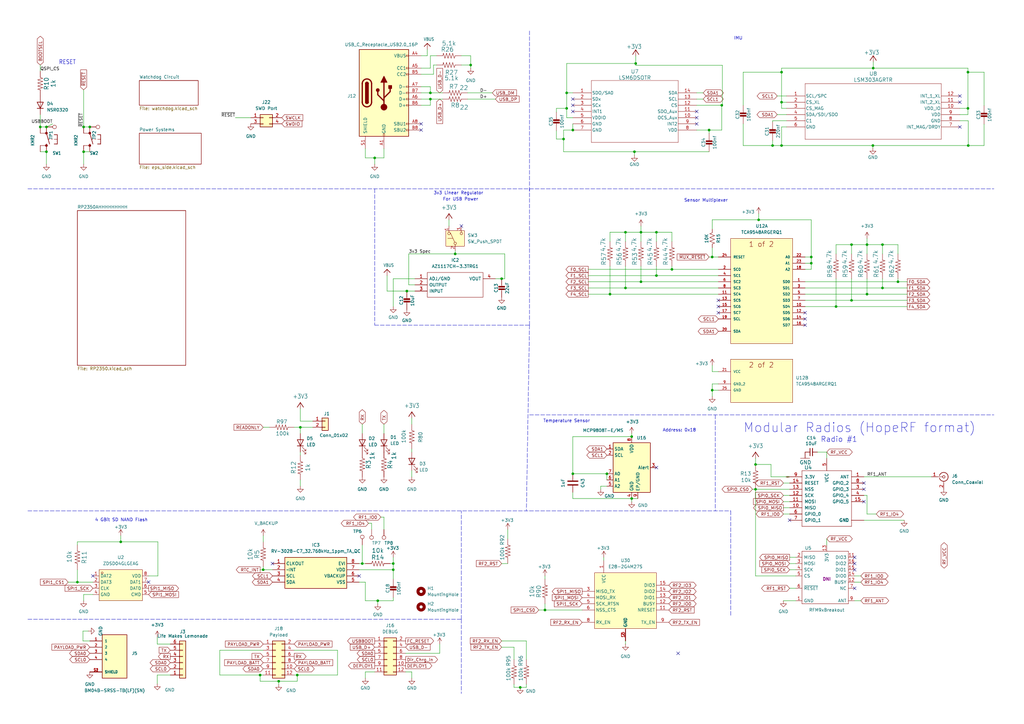
<source format=kicad_sch>
(kicad_sch (version 20250114) (generator "eeschema") (generator_version "9.0")
  (paper "A3")
  (text "Temperature Sensor" (at 222.758 173.482 0) (effects (font (size 1.27 1.27)) (justify left bottom)))
  (text "4 GBit SD NAND Flash" (at 49.784 213.36 0) (effects (font (size 1.27 1.27))))
  (text "3v3 Linear Regulator" (at 177.8 80.01 0) (effects (font (size 1.27 1.27)) (justify left bottom)))
  (text "Radio #1" (at 336.55 181.61 0) (effects (font (size 2.159 2.159)) (justify left bottom)))
  (text "Modular Radios (HopeRF format)" (at 304.8 177.8 0) (effects (font (size 3.81 3.81)) (justify left bottom)))
  (text "For USB Power\n" (at 181.61 82.55 0) (effects (font (size 1.27 1.27)) (justify left bottom)))
  (text "Sensor Multiplexer" (at 289.56 82.296 0) (effects (font (size 1.27 1.27))))
  (text "RESET" (at 24.13 26.67 0) (effects (font (size 1.778 1.5113)) (justify left bottom)))
  (text "Address: 0x18" (at 278.638 176.53 0) (effects (font (size 1.27 1.27))))
  (text "IMU\n" (at 300.99 16.51 0) (effects (font (size 1.27 1.27)) (justify left bottom)))
  (junction (at 231.14 57.023))
  (junction (at 262.89 115.57))
  (junction (at 153.67 64.77))
  (junction (at 106.68 276.86))
  (junction (at 154.94 246.38))
  (junction (at 232.41 38.1))
  (junction (at 161.29 231.14))
  (junction (at 256.54 95.25))
  (junction (at 16.51 52.07))
  (junction (at 193.04 26.67))
  (junction (at 148.59 231.14))
  (junction (at 355.6 120.65))
  (junction (at 332.74 107.95))
  (junction (at 176.53 40.64))
  (junction (at 358.013 59.69))
  (junction (at 361.95 100.33))
  (junction (at 19.05 62.23))
  (junction (at 234.95 53.34))
  (junction (at 114.3 279.4))
  (junction (at 176.53 38.1))
  (junction (at 311.15 90.17))
  (junction (at 397.002 44.45))
  (junction (at 320.548 29.591))
  (junction (at 256.54 118.11))
  (junction (at 296.037 43.18))
  (junction (at 269.24 95.25))
  (junction (at 292.1 105.41))
  (junction (at 309.88 190.5))
  (junction (at 36.83 52.07))
  (junction (at 275.59 110.49))
  (junction (at 349.25 100.33))
  (junction (at 49.53 222.25))
  (junction (at 316.865 59.69))
  (junction (at 262.89 95.25))
  (junction (at 250.19 120.65))
  (junction (at 34.29 62.23))
  (junction (at 342.9 125.73))
  (junction (at 205.74 114.3))
  (junction (at 161.29 233.68))
  (junction (at 397.129 59.69))
  (junction (at 121.92 276.86))
  (junction (at 332.74 105.41))
  (junction (at 355.6 100.33))
  (junction (at 166.878 119.38))
  (junction (at 34.29 52.07))
  (junction (at 223.52 250.19))
  (junction (at 358.14 27.94))
  (junction (at 292.1 160.02))
  (junction (at 248.92 194.31))
  (junction (at 259.08 179.07))
  (junction (at 320.548 59.69))
  (junction (at 269.24 113.03))
  (junction (at 309.88 200.66))
  (junction (at 232.41 44.45))
  (junction (at 123.19 175.26))
  (junction (at 19.05 52.07))
  (junction (at 31.75 238.76))
  (junction (at 213.36 281.94))
  (junction (at 186.69 104.14))
  (junction (at 397.002 29.591))
  (junction (at 234.95 194.31))
  (junction (at 361.95 118.11))
  (junction (at 349.25 123.19))
  (junction (at 320.548 41.91))
  (junction (at 107.95 233.68))
  (junction (at 260.731 26.035))
  (junction (at 290.83 53.34))
  (junction (at 368.3 115.57))
  (junction (at 259.08 204.47))
  (junction (at 260.223 62.23))
  (no_connect (at 354.33 200.66))
  (no_connect (at 60.96 238.76))
  (no_connect (at 350.52 228.6))
  (no_connect (at 172.72 50.8))
  (no_connect (at 234.95 40.64))
  (no_connect (at 350.52 231.14))
  (no_connect (at 189.23 92.71))
  (no_connect (at 111.76 231.14))
  (no_connect (at 172.72 53.34))
  (no_connect (at 323.85 213.36))
  (no_connect (at 350.52 241.3))
  (no_connect (at 330.2 133.35))
  (no_connect (at 354.33 205.74))
  (no_connect (at 294.64 128.27))
  (no_connect (at 354.33 198.12))
  (no_connect (at 294.64 125.73))
  (no_connect (at 278.13 267.97))
  (no_connect (at 269.24 191.77))
  (no_connect (at 294.64 123.19))
  (no_connect (at 330.2 130.81))
  (no_connect (at 285.75 50.8))
  (no_connect (at 393.7 52.07))
  (no_connect (at 350.52 233.68))
  (no_connect (at 234.95 45.72))
  (no_connect (at 147.32 236.22))
  (no_connect (at 393.7 39.37))
  (no_connect (at 330.2 128.27))
  (no_connect (at 234.95 43.18))
  (no_connect (at 285.75 48.26))
  (no_connect (at 393.7 41.91))
  (no_connect (at 38.1 236.22))
  (no_connect (at 285.75 45.72))
  (wire (pts (xy 191.77 38.1) (xy 201.93 38.1)))
  (wire (pts (xy 262.89 92.71) (xy 262.89 95.25)))
  (polyline (pts (xy 217.17 77.47) (xy 407.67 77.47)) (stroke (width 0) (type dash)))
  (wire (pts (xy 397.002 27.94) (xy 397.002 29.591)))
  (wire (pts (xy 208.28 217.17) (xy 208.28 220.98)))
  (wire (pts (xy 176.53 43.18) (xy 172.72 43.18)))
  (wire (pts (xy 316.865 57.658) (xy 316.865 59.69)))
  (wire (pts (xy 107.95 233.68) (xy 111.76 233.68)))
  (wire (pts (xy 326.39 241.3) (xy 323.85 241.3)))
  (wire (pts (xy 403.606 43.307) (xy 403.606 29.591)))
  (wire (pts (xy 153.67 64.77) (xy 149.86 64.77)))
  (wire (pts (xy 323.85 205.74) (xy 321.31 205.74)))
  (wire (pts (xy 231.14 57.023) (xy 231.14 62.23)))
  (wire (pts (xy 292.1 160.02) (xy 292.1 162.56)))
  (wire (pts (xy 316.865 49.53) (xy 322.58 49.53)))
  (wire (pts (xy 167.64 104.14) (xy 186.69 104.14)))
  (wire (pts (xy 157.48 173.99) (xy 157.48 177.8)))
  (wire (pts (xy 38.1 243.84) (xy 34.29 243.84)))
  (wire (pts (xy 151.13 214.63) (xy 152.4 214.63)))
  (wire (pts (xy 260.731 22.987) (xy 260.731 26.035)))
  (wire (pts (xy 34.036 262.89) (xy 34.036 258.826)))
  (wire (pts (xy 166.37 267.97) (xy 180.34 267.97)))
  (wire (pts (xy 321.31 210.82) (xy 323.85 210.82)))
  (wire (pts (xy 160.02 231.14) (xy 161.29 231.14)))
  (wire (pts (xy 393.7 49.53) (xy 397.129 49.53)))
  (wire (pts (xy 207.01 114.3) (xy 205.74 114.3)))
  (wire (pts (xy 148.59 223.52) (xy 148.59 231.14)))
  (wire (pts (xy 176.53 38.1) (xy 172.72 38.1)))
  (wire (pts (xy 228.219 44.45) (xy 232.41 44.45)))
  (wire (pts (xy 349.25 114.3) (xy 349.25 123.19)))
  (wire (pts (xy 393.7 44.45) (xy 397.002 44.45)))
  (wire (pts (xy 269.24 109.22) (xy 269.24 113.03)))
  (wire (pts (xy 355.6 100.33) (xy 355.6 104.14)))
  (wire (pts (xy 223.52 250.19) (xy 238.76 250.19)))
  (wire (pts (xy 167.64 104.14) (xy 167.64 116.84)))
  (wire (pts (xy 304.8 50.8) (xy 304.8 59.69)))
  (wire (pts (xy 148.59 231.14) (xy 149.86 231.14)))
  (wire (pts (xy 256.54 95.25) (xy 262.89 95.25)))
  (wire (pts (xy 358.013 59.69) (xy 358.013 60.706)))
  (wire (pts (xy 36.83 262.89) (xy 34.036 262.89)))
  (wire (pts (xy 397.002 27.94) (xy 358.14 27.94)))
  (wire (pts (xy 189.23 22.86) (xy 193.04 22.86)))
  (wire (pts (xy 123.19 167.64) (xy 123.19 172.72)))
  (wire (pts (xy 114.3 279.4) (xy 121.92 279.4)))
  (wire (pts (xy 232.41 26.035) (xy 260.731 26.035)))
  (wire (pts (xy 320.548 29.591) (xy 320.548 41.91)))
  (wire (pts (xy 256.54 262.89) (xy 256.54 264.16)))
  (wire (pts (xy 158.75 119.38) (xy 166.878 119.38)))
  (polyline (pts (xy 217.17 12.7) (xy 217.17 78.74)) (stroke (width 0) (type dash)))
  (wire (pts (xy 316.865 50.038) (xy 316.865 49.53)))
  (wire (pts (xy 368.3 114.3) (xy 368.3 115.57)))
  (wire (pts (xy 256.54 118.11) (xy 294.64 118.11)))
  (wire (pts (xy 34.29 36.83) (xy 34.29 52.07)))
  (wire (pts (xy 210.82 280.67) (xy 210.82 281.94)))
  (wire (pts (xy 368.3 100.33) (xy 361.95 100.33)))
  (wire (pts (xy 158.75 113.03) (xy 158.75 119.38)))
  (wire (pts (xy 250.19 95.25) (xy 256.54 95.25)))
  (polyline (pts (xy 153.67 133.35) (xy 217.17 133.35)) (stroke (width 0) (type dash)))
  (wire (pts (xy 31.75 223.52) (xy 31.75 222.25)))
  (wire (pts (xy 304.8 43.18) (xy 304.8 29.591)))
  (wire (pts (xy 292.1 90.17) (xy 292.1 93.98)))
  (wire (pts (xy 309.88 200.66) (xy 309.88 236.22)))
  (wire (pts (xy 316.23 195.58) (xy 316.23 190.5)))
  (wire (pts (xy 234.95 204.47) (xy 259.08 204.47)))
  (wire (pts (xy 186.69 104.14) (xy 207.01 104.14)))
  (wire (pts (xy 320.548 27.94) (xy 320.548 29.591)))
  (wire (pts (xy 355.6 203.2) (xy 355.6 210.82)))
  (wire (pts (xy 166.37 275.59) (xy 168.91 275.59)))
  (wire (pts (xy 205.74 231.14) (xy 208.28 231.14)))
  (wire (pts (xy 60.96 236.22) (xy 64.77 236.22)))
  (wire (pts (xy 397.002 44.45) (xy 397.002 46.99)))
  (wire (pts (xy 16.51 62.23) (xy 19.05 62.23)))
  (wire (pts (xy 323.85 195.58) (xy 316.23 195.58)))
  (wire (pts (xy 330.2 123.19) (xy 349.25 123.19)))
  (wire (pts (xy 403.606 29.591) (xy 397.002 29.591)))
  (wire (pts (xy 330.2 120.65) (xy 355.6 120.65)))
  (wire (pts (xy 157.48 60.96) (xy 157.48 64.77)))
  (wire (pts (xy 275.59 99.06) (xy 275.59 95.25)))
  (wire (pts (xy 248.92 194.31) (xy 248.92 196.85)))
  (wire (pts (xy 149.86 275.59) (xy 149.86 278.13)))
  (wire (pts (xy 168.91 184.15) (xy 168.91 185.42)))
  (wire (pts (xy 107.95 175.26) (xy 110.49 175.26)))
  (wire (pts (xy 261.62 204.47) (xy 259.08 204.47)))
  (wire (pts (xy 339.09 220.98) (xy 339.09 223.52)))
  (wire (pts (xy 285.75 40.64) (xy 288.417 40.64)))
  (wire (pts (xy 330.2 115.57) (xy 368.3 115.57)))
  (wire (pts (xy 234.95 50.8) (xy 234.95 53.34)))
  (wire (pts (xy 191.77 40.64) (xy 203.2 40.64)))
  (wire (pts (xy 31.75 238.76) (xy 38.1 238.76)))
  (wire (pts (xy 120.65 266.7) (xy 138.43 266.7)))
  (wire (pts (xy 34.29 243.84) (xy 34.29 246.38)))
  (wire (pts (xy 154.94 247.65) (xy 154.94 246.38)))
  (wire (pts (xy 49.53 219.71) (xy 49.53 222.25)))
  (wire (pts (xy 358.14 25.4) (xy 358.14 27.94)))
  (wire (pts (xy 64.516 264.16) (xy 69.85 264.16)))
  (wire (pts (xy 330.2 110.49) (xy 332.74 110.49)))
  (wire (pts (xy 320.548 27.94) (xy 358.14 27.94)))
  (wire (pts (xy 304.8 59.69) (xy 316.865 59.69)))
  (wire (pts (xy 342.9 100.33) (xy 349.25 100.33)))
  (wire (pts (xy 147.32 231.14) (xy 148.59 231.14)))
  (wire (pts (xy 149.86 246.38) (xy 149.86 238.76)))
  (wire (pts (xy 309.88 200.66) (xy 323.85 200.66)))
  (wire (pts (xy 332.74 105.41) (xy 332.74 90.17)))
  (wire (pts (xy 90.17 276.86) (xy 106.68 276.86)))
  (wire (pts (xy 368.3 115.57) (xy 372.11 115.57)))
  (wire (pts (xy 215.9 280.67) (xy 215.9 281.94)))
  (wire (pts (xy 138.43 276.86) (xy 121.92 276.86)))
  (wire (pts (xy 215.9 262.89) (xy 215.9 270.51)))
  (wire (pts (xy 215.9 281.94) (xy 213.36 281.94)))
  (wire (pts (xy 323.85 203.2) (xy 321.31 203.2)))
  (wire (pts (xy 368.3 104.14) (xy 368.3 100.33)))
  (wire (pts (xy 342.9 114.3) (xy 342.9 125.73)))
  (wire (pts (xy 175.26 22.86) (xy 175.26 20.32)))
  (wire (pts (xy 234.95 53.34) (xy 231.14 53.34)))
  (wire (pts (xy 269.24 113.03) (xy 294.64 113.03)))
  (wire (pts (xy 107.95 232.41) (xy 107.95 233.68)))
  (wire (pts (xy 177.8 26.67) (xy 179.07 26.67)))
  (wire (pts (xy 157.48 64.77) (xy 153.67 64.77)))
  (wire (pts (xy 186.69 102.87) (xy 186.69 104.14)))
  (wire (pts (xy 193.04 22.86) (xy 193.04 26.67)))
  (wire (pts (xy 275.59 109.22) (xy 275.59 110.49)))
  (wire (pts (xy 397.129 49.53) (xy 397.129 59.69)))
  (wire (pts (xy 241.3 118.11) (xy 256.54 118.11)))
  (wire (pts (xy 31.75 222.25) (xy 49.53 222.25)))
  (wire (pts (xy 296.291 43.18) (xy 296.291 26.797)))
  (wire (pts (xy 330.2 105.41) (xy 332.74 105.41)))
  (wire (pts (xy 161.29 233.68) (xy 161.29 231.14)))
  (wire (pts (xy 220.98 250.19) (xy 223.52 250.19)))
  (wire (pts (xy 168.91 193.04) (xy 168.91 195.58)))
  (wire (pts (xy 250.19 99.06) (xy 250.19 95.25)))
  (wire (pts (xy 292.1 152.4) (xy 294.64 152.4)))
  (wire (pts (xy 102.87 48.26) (xy 96.52 48.26)))
  (wire (pts (xy 34.036 258.826) (xy 36.195 258.826)))
  (polyline (pts (xy 217.17 133.35) (xy 217.17 77.47)) (stroke (width 0) (type dash)))
  (wire (pts (xy 90.17 266.7) (xy 90.17 276.86)))
  (wire (pts (xy 168.91 171.45) (xy 168.91 173.99)))
  (wire (pts (xy 180.34 267.97) (xy 180.34 264.16)))
  (wire (pts (xy 355.6 120.65) (xy 372.11 120.65)))
  (polyline (pts (xy 11.43 209.55) (xy 217.17 209.55)) (stroke (width 0) (type dash)))
  (wire (pts (xy 172.72 30.48) (xy 177.8 30.48)))
  (wire (pts (xy 16.51 29.21) (xy 16.51 26.67)))
  (wire (pts (xy 19.05 52.07) (xy 16.51 52.07)))
  (wire (pts (xy 234.95 179.07) (xy 259.08 179.07)))
  (wire (pts (xy 176.53 27.94) (xy 176.53 22.86)))
  (wire (pts (xy 361.95 104.14) (xy 361.95 100.33)))
  (wire (pts (xy 241.3 110.49) (xy 275.59 110.49)))
  (wire (pts (xy 241.3 115.57) (xy 262.89 115.57)))
  (wire (pts (xy 275.59 95.25) (xy 269.24 95.25)))
  (wire (pts (xy 123.19 175.26) (xy 123.19 177.8)))
  (wire (pts (xy 292.1 160.02) (xy 294.64 160.02)))
  (wire (pts (xy 339.09 185.42) (xy 335.28 185.42)))
  (wire (pts (xy 149.86 238.76) (xy 147.32 238.76)))
  (wire (pts (xy 285.75 43.18) (xy 296.037 43.18)))
  (wire (pts (xy 342.9 104.14) (xy 342.9 100.33)))
  (wire (pts (xy 290.83 105.41) (xy 292.1 105.41)))
  (wire (pts (xy 207.01 104.14) (xy 207.01 114.3)))
  (wire (pts (xy 259.08 205.74) (xy 259.08 204.47)))
  (polyline (pts (xy 11.43 77.47) (xy 217.17 77.47)) (stroke (width 0) (type dash)))
  (polyline (pts (xy 189.23 254) (xy 189.23 209.55)) (stroke (width 0) (type dash)))
  (wire (pts (xy 176.53 40.64) (xy 172.72 40.64)))
  (wire (pts (xy 332.74 110.49) (xy 332.74 107.95)))
  (wire (pts (xy 232.41 38.1) (xy 234.95 38.1)))
  (wire (pts (xy 176.53 40.64) (xy 176.53 43.18)))
  (wire (pts (xy 228.219 57.023) (xy 231.14 57.023)))
  (wire (pts (xy 294.64 157.48) (xy 292.1 157.48)))
  (polyline (pts (xy 293.37 170.18) (xy 293.37 209.55)) (stroke (width 0) (type dash)))
  (wire (pts (xy 223.52 247.65) (xy 223.52 250.19)))
  (wire (pts (xy 250.19 120.65) (xy 294.64 120.65)))
  (wire (pts (xy 241.3 113.03) (xy 269.24 113.03)))
  (wire (pts (xy 232.41 38.1) (xy 232.41 26.035)))
  (wire (pts (xy 304.8 29.591) (xy 320.548 29.591)))
  (polyline (pts (xy 153.67 77.47) (xy 153.67 133.35)) (stroke (width 0) (type dash)))
  (wire (pts (xy 248.92 199.39) (xy 246.38 199.39)))
  (wire (pts (xy 107.95 266.7) (xy 90.17 266.7)))
  (wire (pts (xy 172.72 27.94) (xy 176.53 27.94)))
  (wire (pts (xy 176.53 22.86) (xy 179.07 22.86)))
  (wire (pts (xy 355.6 97.79) (xy 355.6 100.33)))
  (wire (pts (xy 231.14 62.23) (xy 260.223 62.23)))
  (wire (pts (xy 121.92 276.86) (xy 121.92 279.4)))
  (wire (pts (xy 397.129 59.69) (xy 358.013 59.69)))
  (wire (pts (xy 176.53 38.1) (xy 176.53 35.56)))
  (wire (pts (xy 232.41 48.26) (xy 232.41 44.45)))
  (wire (pts (xy 260.223 62.23) (xy 260.223 63.627)))
  (polyline (pts (xy 299.72 209.55) (xy 299.72 252.73)) (stroke (width 0) (type dash)))
  (wire (pts (xy 318.77 39.37) (xy 322.58 39.37)))
  (polyline (pts (xy 217.17 170.18) (xy 407.67 170.18)) (stroke (width 0) (type dash)))
  (wire (pts (xy 167.64 116.84) (xy 170.18 116.84)))
  (wire (pts (xy 114.3 279.4) (xy 114.3 280.67)))
  (wire (pts (xy 397.002 44.45) (xy 397.002 29.591)))
  (wire (pts (xy 161.29 125.73) (xy 161.29 114.3)))
  (wire (pts (xy 138.43 266.7) (xy 138.43 276.86)))
  (wire (pts (xy 210.82 265.43) (xy 210.82 270.51)))
  (wire (pts (xy 123.19 172.72) (xy 128.27 172.72)))
  (wire (pts (xy 349.25 123.19) (xy 372.11 123.19)))
  (wire (pts (xy 354.33 213.36) (xy 370.84 213.36)))
  (wire (pts (xy 247.65 228.6) (xy 247.65 229.87)))
  (wire (pts (xy 36.83 62.23) (xy 34.29 62.23)))
  (wire (pts (xy 361.95 114.3) (xy 361.95 118.11)))
  (wire (pts (xy 275.59 110.49) (xy 294.64 110.49)))
  (wire (pts (xy 177.8 30.48) (xy 177.8 26.67)))
  (wire (pts (xy 176.53 35.56) (xy 172.72 35.56)))
  (wire (pts (xy 149.86 64.77) (xy 149.86 60.96)))
  (wire (pts (xy 156.21 212.09) (xy 157.48 212.09)))
  (wire (pts (xy 292.1 149.86) (xy 292.1 152.4)))
  (wire (pts (xy 353.06 246.38) (xy 350.52 246.38)))
  (wire (pts (xy 262.89 109.22) (xy 262.89 115.57)))
  (wire (pts (xy 157.48 212.09) (xy 157.48 217.17)))
  (wire (pts (xy 321.31 246.38) (xy 326.39 246.38)))
  (wire (pts (xy 403.606 50.927) (xy 403.606 59.69)))
  (wire (pts (xy 123.19 175.26) (xy 128.27 175.26)))
  (wire (pts (xy 296.037 43.18) (xy 296.037 53.34)))
  (wire (pts (xy 246.38 199.39) (xy 246.38 200.66)))
  (wire (pts (xy 31.75 233.68) (xy 31.75 238.76)))
  (wire (pts (xy 354.33 195.58) (xy 382.016 195.58)))
  (wire (pts (xy 330.2 118.11) (xy 361.95 118.11)))
  (wire (pts (xy 290.83 62.23) (xy 260.223 62.23)))
  (wire (pts (xy 184.15 90.17) (xy 184.15 92.71)))
  (wire (pts (xy 228.219 53.594) (xy 228.219 57.023)))
  (wire (pts (xy 349.25 100.33) (xy 355.6 100.33)))
  (wire (pts (xy 323.85 208.28) (xy 321.31 208.28)))
  (wire (pts (xy 292.1 157.48) (xy 292.1 160.02)))
  (wire (pts (xy 262.89 115.57) (xy 294.64 115.57)))
  (wire (pts (xy 232.41 48.26) (xy 234.95 48.26)))
  (wire (pts (xy 256.54 95.25) (xy 256.54 99.06)))
  (wire (pts (xy 355.6 114.3) (xy 355.6 120.65)))
  (wire (pts (xy 322.58 52.07) (xy 320.548 52.07)))
  (wire (pts (xy 234.95 179.07) (xy 234.95 194.31)))
  (wire (pts (xy 292.1 90.17) (xy 311.15 90.17)))
  (wire (pts (xy 205.74 265.43) (xy 210.82 265.43)))
  (wire (pts (xy 172.72 22.86) (xy 175.26 22.86)))
  (wire (pts (xy 123.19 196.85) (xy 123.19 199.39)))
  (wire (pts (xy 322.58 44.45) (xy 320.548 44.45)))
  (wire (pts (xy 106.68 233.68) (xy 107.95 233.68)))
  (wire (pts (xy 330.2 125.73) (xy 342.9 125.73)))
  (wire (pts (xy 231.14 53.34) (xy 231.14 57.023)))
  (wire (pts (xy 34.29 52.07) (xy 36.83 52.07)))
  (wire (pts (xy 292.1 105.41) (xy 292.1 101.6)))
  (wire (pts (xy 241.3 120.65) (xy 250.19 120.65)))
  (wire (pts (xy 353.06 238.76) (xy 350.52 238.76)))
  (wire (pts (xy 316.23 190.5) (xy 309.88 190.5)))
  (wire (pts (xy 326.39 228.6) (xy 323.85 228.6)))
  (polyline (pts (xy 189.23 254) (xy 189.23 284.48)) (stroke (width 0) (type dash)))
  (wire (pts (xy 320.548 59.69) (xy 358.013 59.69)))
  (wire (pts (xy 234.95 204.47) (xy 234.95 201.93)))
  (polyline (pts (xy 11.43 254) (xy 189.23 254)) (stroke (width 0) (type dash)))
  (wire (pts (xy 106.68 279.4) (xy 114.3 279.4)))
  (wire (pts (xy 232.41 44.45) (xy 232.41 38.1)))
  (wire (pts (xy 320.548 52.07) (xy 320.548 59.69)))
  (wire (pts (xy 228.219 45.974) (xy 228.219 44.45)))
  (wire (pts (xy 294.64 105.41) (xy 292.1 105.41)))
  (wire (pts (xy 361.95 118.11) (xy 372.11 118.11)))
  (wire (pts (xy 260.731 26.797) (xy 296.291 26.797)))
  (wire (pts (xy 342.9 125.73) (xy 372.11 125.73)))
  (wire (pts (xy 166.878 119.38) (xy 170.18 119.38)))
  (wire (pts (xy 256.54 109.22) (xy 256.54 118.11)))
  (wire (pts (xy 353.06 236.22) (xy 350.52 236.22)))
  (wire (pts (xy 161.29 245.11) (xy 161.29 246.38)))
  (wire (pts (xy 64.516 276.86) (xy 64.516 280.416)))
  (wire (pts (xy 311.15 90.17) (xy 311.15 87.63)))
  (wire (pts (xy 16.51 46.99) (xy 16.51 52.07)))
  (wire (pts (xy 393.7 46.99) (xy 397.002 46.99)))
  (polyline (pts (xy 217.17 209.55) (xy 299.72 209.55)) (stroke (width 0) (type dash)))
  (wire (pts (xy 193.04 26.67) (xy 193.04 27.94)))
  (wire (pts (xy 176.53 38.1) (xy 181.61 38.1)))
  (wire (pts (xy 27.94 238.76) (xy 31.75 238.76)))
  (wire (pts (xy 355.6 210.82) (xy 359.41 210.82)))
  (wire (pts (xy 234.95 194.31) (xy 248.92 194.31)))
  (wire (pts (xy 262.89 95.25) (xy 262.89 99.06)))
  (wire (pts (xy 123.19 185.42) (xy 123.19 186.69)))
  (wire (pts (xy 64.516 261.366) (xy 64.516 264.16)))
  (wire (pts (xy 161.29 233.68) (xy 161.29 237.49)))
  (wire (pts (xy 189.23 26.67) (xy 193.04 26.67)))
  (wire (pts (xy 106.68 276.86) (xy 106.68 279.4)))
  (wire (pts (xy 309.88 236.22) (xy 326.39 236.22)))
  (wire (pts (xy 168.91 275.59) (xy 168.91 278.13)))
  (wire (pts (xy 19.05 62.23) (xy 19.05 67.31)))
  (wire (pts (xy 323.85 198.12) (xy 321.31 198.12)))
  (wire (pts (xy 64.77 222.25) (xy 49.53 222.25)))
  (wire (pts (xy 320.548 41.91) (xy 320.548 44.45)))
  (wire (pts (xy 149.86 246.38) (xy 154.94 246.38)))
  (wire (pts (xy 120.65 276.86) (xy 121.92 276.86)))
  (wire (pts (xy 147.32 233.68) (xy 161.29 233.68)))
  (wire (pts (xy 308.61 200.66) (xy 309.88 200.66)))
  (wire (pts (xy 326.39 231.14) (xy 323.85 231.14)))
  (wire (pts (xy 339.09 185.42) (xy 339.09 187.96)))
  (wire (pts (xy 403.606 59.69) (xy 397.129 59.69)))
  (wire (pts (xy 330.2 107.95) (xy 332.74 107.95)))
  (wire (pts (xy 161.29 246.38) (xy 154.94 246.38)))
  (wire (pts (xy 69.85 276.86) (xy 64.516 276.86)))
  (wire (pts (xy 161.29 231.14) (xy 161.29 228.6)))
  (wire (pts (xy 316.865 59.69) (xy 320.548 59.69)))
  (wire (pts (xy 106.68 276.86) (xy 107.95 276.86)))
  (wire (pts (xy 269.24 95.25) (xy 262.89 95.25)))
  (wire (pts (xy 152.4 214.63) (xy 152.4 217.17)))
  (wire (pts (xy 285.75 53.34) (xy 290.83 53.34)))
  (wire (pts (xy 332.74 90.17) (xy 311.15 90.17)))
  (wire (pts (xy 290.83 53.34) (xy 290.83 54.61)))
  (wire (pts (xy 285.75 38.1) (xy 288.417 38.1)))
  (wire (pts (xy 250.19 109.22) (xy 250.19 120.65)))
  (wire (pts (xy 290.83 53.34) (xy 296.037 53.34)))
  (wire (pts (xy 349.25 100.33) (xy 349.25 104.14)))
  (wire (pts (xy 296.037 43.18) (xy 296.291 43.18)))
  (wire (pts (xy 259.08 177.8) (xy 259.08 179.07)))
  (wire (pts (xy 205.74 262.89) (xy 215.9 262.89)))
  (wire (pts (xy 120.65 175.26) (xy 123.19 175.26)))
  (wire (pts (xy 332.74 107.95) (xy 332.74 105.41)))
  (wire (pts (xy 176.53 40.64) (xy 181.61 40.64)))
  (wire (pts (xy 260.731 26.035) (xy 260.731 26.797)))
  (polyline (pts (xy 217.17 133.35) (xy 215.9 209.55)) (stroke (width 0) (type dash)))
  (wire (pts (xy 210.82 281.94) (xy 213.36 281.94)))
  (wire (pts (xy 161.29 114.3) (xy 170.18 114.3)))
  (wire (pts (xy 322.58 41.91) (xy 320.548 41.91)))
  (wire (pts (xy 326.39 233.68) (xy 323.85 233.68)))
  (wire (pts (xy 21.59 50.8) (xy 19.05 52.07)))
  (wire (pts (xy 205.74 114.3) (xy 203.2 114.3)))
  (wire (pts (xy 153.67 275.59) (xy 149.86 275.59)))
  (wire (pts (xy 64.77 222.25) (xy 64.77 236.22)))
  (wire (pts (xy 34.29 67.31) (xy 34.29 62.23)))
  (wire (pts (xy 309.88 190.5) (xy 309.88 187.96)))
  (wire (pts (xy 107.95 219.71) (xy 107.95 222.25)))
  (wire (pts (xy 354.33 203.2) (xy 355.6 203.2)))
  (wire (pts (xy 318.77 46.99) (xy 322.58 46.99)))
  (wire (pts (xy 223.52 236.22) (xy 223.52 237.49)))
  (wire (pts (xy 148.59 173.99) (xy 148.59 177.8)))
  (wire (pts (xy 153.67 64.77) (xy 153.67 67.31)))
  (wire (pts (xy 361.95 100.33) (xy 355.6 100.33)))
  (wire (pts (xy 269.24 99.06) (xy 269.24 95.25)))
  (label "D-" (at 196.85 38.1 0) (effects (font (size 1.2446 1.2446))))
  (label "QSPI_CS" (at 16.51 29.21 0) (effects (font (size 1.2446 1.2446))))
  (label "3v3 Spec" (at 167.64 104.14 0))
  (label "~{RESET}" (at 34.29 52.07 90) (effects (font (size 1.2446 1.2446))))
  (label "~{RESET}" (at 96.52 48.26 180) (effects (font (size 1.2446 1.2446))))
  (label "RF1_ANT" (at 355.6 195.58 0))
  (label "D+" (at 196.85 40.64 0) (effects (font (size 1.2446 1.2446))))
  (label "USBBOOT" (at 21.59 50.8 180) (effects (font (size 1.2446 1.2446))))
  (global_label "SDA0" (shape bidirectional) (at 36.83 267.97 180) (property "Intersheetrefs" "${INTERSHEET_REFS}" (effects (hide yes))))
  (global_label "BOOTSEL" (shape bidirectional) (at 16.51 26.67 90) (property "Intersheetrefs" "${INTERSHEET_REFS}" (effects (hide yes))))
  (global_label "SCL0" (shape bidirectional) (at 69.85 274.32 180) (property "Intersheetrefs" "${INTERSHEET_REFS}" (effects (hide yes))))
  (global_label "SCL1" (shape bidirectional) (at 318.77 39.37 180) (property "Intersheetrefs" "${INTERSHEET_REFS}" (effects (hide yes))))
  (global_label "RF2_RST" (shape input) (at 205.74 231.14 180) (property "Intersheetrefs" "${INTERSHEET_REFS}" (effects (hide yes))))
  (global_label "SPI0_CS0" (shape bidirectional) (at 308.61 200.66 180) (property "Intersheetrefs" "${INTERSHEET_REFS}" (effects (hide yes))))
  (global_label "RF1_IO0" (shape bidirectional) (at 353.06 236.22 0) (property "Intersheetrefs" "${INTERSHEET_REFS}" (effects (hide yes))))
  (global_label "F1_SCL" (shape output) (at 241.3 113.03 180) (property "Intersheetrefs" "${INTERSHEET_REFS}" (effects (hide yes))))
  (global_label "SWDIO" (shape input) (at 115.57 50.8 0) (property "Intersheetrefs" "${INTERSHEET_REFS}" (effects (hide yes))))
  (global_label "SPI0_MOSI" (shape input) (at 321.31 205.74 180) (property "Intersheetrefs" "${INTERSHEET_REFS}" (effects (hide yes))))
  (global_label "PAYLOAD_BATT" (shape input) (at 120.65 271.78 0) (property "Intersheetrefs" "${INTERSHEET_REFS}" (effects (hide yes))))
  (global_label "RF1_IO4" (shape bidirectional) (at 359.41 210.82 0) (property "Intersheetrefs" "${INTERSHEET_REFS}" (effects (hide yes))))
  (global_label "~{RESET}" (shape input) (at 34.29 36.83 90) (property "Intersheetrefs" "${INTERSHEET_REFS}" (effects (hide yes))))
  (global_label "RF1_RST" (shape bidirectional) (at 323.85 241.3 180) (property "Intersheetrefs" "${INTERSHEET_REFS}" (effects (hide yes))))
  (global_label "TX" (shape bidirectional) (at 157.48 173.99 90) (property "Intersheetrefs" "${INTERSHEET_REFS}" (effects (hide yes))))
  (global_label "RX" (shape output) (at 120.65 269.24 0) (property "Intersheetrefs" "${INTERSHEET_REFS}" (effects (hide yes))))
  (global_label "USBBOOT" (shape output) (at 153.67 262.89 180) (property "Intersheetrefs" "${INTERSHEET_REFS}" (effects (hide yes))))
  (global_label "F3_SCL" (shape output) (at 241.3 118.11 180) (property "Intersheetrefs" "${INTERSHEET_REFS}" (effects (hide yes))))
  (global_label "~{MUX_RESET}" (shape input) (at 290.83 105.41 180) (property "Intersheetrefs" "${INTERSHEET_REFS}" (effects (hide yes))))
  (global_label "SPI1_CS0" (shape input) (at 220.98 250.19 180) (property "Intersheetrefs" "${INTERSHEET_REFS}" (effects (hide yes))))
  (global_label "RF_VCC" (shape bidirectional) (at 339.09 220.98 0) (property "Intersheetrefs" "${INTERSHEET_REFS}" (effects (hide yes))))
  (global_label "USB_D+" (shape input) (at 153.67 265.43 180) (property "Intersheetrefs" "${INTERSHEET_REFS}" (effects (hide yes))))
  (global_label "SPI1_SCK" (shape input) (at 238.76 247.65 180) (property "Intersheetrefs" "${INTERSHEET_REFS}" (effects (hide yes))))
  (global_label "SPI0_MISO" (shape output) (at 321.31 208.28 180) (property "Intersheetrefs" "${INTERSHEET_REFS}" (effects (hide yes))))
  (global_label "SCL0" (shape bidirectional) (at 120.65 274.32 0) (property "Intersheetrefs" "${INTERSHEET_REFS}" (effects (hide yes))))
  (global_label "RF2_TX_EN" (shape input) (at 205.74 265.43 180) (property "Intersheetrefs" "${INTERSHEET_REFS}" (effects (hide yes))))
  (global_label "TX" (shape input) (at 107.95 269.24 180) (property "Intersheetrefs" "${INTERSHEET_REFS}" (effects (hide yes))))
  (global_label "RF1_IO0" (shape bidirectional) (at 321.31 210.82 180) (property "Intersheetrefs" "${INTERSHEET_REFS}" (effects (hide yes))))
  (global_label "SWCLK" (shape input) (at 115.57 48.26 0) (property "Intersheetrefs" "${INTERSHEET_REFS}" (effects (hide yes))))
  (global_label "RF2_IO3" (shape bidirectional) (at 274.32 240.03 0) (property "Intersheetrefs" "${INTERSHEET_REFS}" (effects (hide yes))))
  (global_label "SDA1" (shape bidirectional) (at 288.417 38.1 0) (property "Intersheetrefs" "${INTERSHEET_REFS}" (effects (hide yes))))
  (global_label "RF2_IO2" (shape bidirectional) (at 274.32 242.57 0) (property "Intersheetrefs" "${INTERSHEET_REFS}" (effects (hide yes))))
  (global_label "RF1_IO4" (shape bidirectional) (at 151.13 214.63 180) (property "Intersheetrefs" "${INTERSHEET_REFS}" (effects (hide yes))))
  (global_label "F4_SDA" (shape output) (at 372.11 125.73 0) (property "Intersheetrefs" "${INTERSHEET_REFS}" (effects (hide yes))))
  (global_label "F4_SCL" (shape output) (at 241.3 120.65 180) (property "Intersheetrefs" "${INTERSHEET_REFS}" (effects (hide yes))))
  (global_label "SDA0" (shape bidirectional) (at 107.95 274.32 180) (property "Intersheetrefs" "${INTERSHEET_REFS}" (effects (hide yes))))
  (global_label "RF2_IO1" (shape bidirectional) (at 274.32 245.11 0) (property "Intersheetrefs" "${INTERSHEET_REFS}" (effects (hide yes))))
  (global_label "RF2_RX_EN" (shape input) (at 205.74 262.89 180) (property "Intersheetrefs" "${INTERSHEET_REFS}" (effects (hide yes))))
  (global_label "SDA1" (shape bidirectional) (at 294.64 135.89 180) (property "Intersheetrefs" "${INTERSHEET_REFS}" (effects (hide yes))))
  (global_label "SCL1" (shape bidirectional) (at 294.64 130.81 180) (property "Intersheetrefs" "${INTERSHEET_REFS}" (effects (hide yes))))
  (global_label "SCL0" (shape bidirectional) (at 36.83 270.51 180) (property "Intersheetrefs" "${INTERSHEET_REFS}" (effects (hide yes))))
  (global_label "RF2_RX_EN" (shape input) (at 238.76 255.27 180) (property "Intersheetrefs" "${INTERSHEET_REFS}" (effects (hide yes))))
  (global_label "SCL1" (shape bidirectional) (at 288.417 40.64 0) (property "Intersheetrefs" "${INTERSHEET_REFS}" (effects (hide yes))))
  (global_label "RF2_IO0" (shape bidirectional) (at 274.32 247.65 0) (property "Intersheetrefs" "${INTERSHEET_REFS}" (effects (hide yes))))
  (global_label "SPI1_MISO" (shape output) (at 238.76 242.57 180) (property "Intersheetrefs" "${INTERSHEET_REFS}" (effects (hide yes))))
  (global_label "SPI1_CS1" (shape input) (at 27.94 238.76 180) (property "Intersheetrefs" "${INTERSHEET_REFS}" (effects (hide yes))))
  (global_label "SCL1" (shape bidirectional) (at 248.92 186.69 180) (property "Intersheetrefs" "${INTERSHEET_REFS}" (effects (hide yes))))
  (global_label "USB_DM" (shape input) (at 201.93 38.1 0) (property "Intersheetrefs" "${INTERSHEET_REFS}" (effects (hide yes))))
  (global_label "TX" (shape input) (at 69.85 266.7 180) (property "Intersheetrefs" "${INTERSHEET_REFS}" (effects (hide yes))))
  (global_label "FC_RESET" (shape output) (at 166.37 262.89 0) (property "Intersheetrefs" "${INTERSHEET_REFS}" (effects (hide yes))))
  (global_label "Dir_Chrg_In" (shape output) (at 166.37 270.51 0) (property "Intersheetrefs" "${INTERSHEET_REFS}" (effects (hide yes))))
  (global_label "F3_SDA" (shape output) (at 372.11 123.19 0) (property "Intersheetrefs" "${INTERSHEET_REFS}" (effects (hide yes))))
  (global_label "PAYLOAD_PWR" (shape input) (at 36.83 265.43 180) (property "Intersheetrefs" "${INTERSHEET_REFS}" (effects (hide yes))))
  (global_label "USB_D-" (shape input) (at 180.34 38.1 90) (property "Intersheetrefs" "${INTERSHEET_REFS}" (effects (hide yes))))
  (global_label "READONLY" (shape input) (at 107.95 175.26 180) (property "Intersheetrefs" "${INTERSHEET_REFS}" (effects (hide yes))))
  (global_label "RF1_RST" (shape bidirectional) (at 321.31 198.12 180) (property "Intersheetrefs" "${INTERSHEET_REFS}" (effects (hide yes))))
  (global_label "SPI0_MISO" (shape output) (at 323.85 228.6 180) (property "Intersheetrefs" "${INTERSHEET_REFS}" (effects (hide yes))))
  (global_label "SDA1" (shape bidirectional) (at 318.77 46.99 180) (property "Intersheetrefs" "${INTERSHEET_REFS}" (effects (hide yes))))
  (global_label "SPI1_MOSI" (shape input) (at 238.76 245.11 180) (property "Intersheetrefs" "${INTERSHEET_REFS}" (effects (hide yes))))
  (global_label "RF1_IO4" (shape bidirectional) (at 353.06 238.76 0) (property "Intersheetrefs" "${INTERSHEET_REFS}" (effects (hide yes))))
  (global_label "F1_SDA" (shape output) (at 372.11 118.11 0) (property "Intersheetrefs" "${INTERSHEET_REFS}" (effects (hide yes))))
  (global_label "RX" (shape bidirectional) (at 148.59 173.99 90) (property "Intersheetrefs" "${INTERSHEET_REFS}" (effects (hide yes))))
  (global_label "RF2_RST" (shape input) (at 274.32 250.19 0) (property "Intersheetrefs" "${INTERSHEET_REFS}" (effects (hide yes))))
  (global_label "DEPLOY1" (shape output) (at 153.67 273.05 180) (property "Intersheetrefs" "${INTERSHEET_REFS}" (effects (hide yes))))
  (global_label "SPI0_SCK" (shape input) (at 323.85 233.68 180) (property "Intersheetrefs" "${INTERSHEET_REFS}" (effects (hide yes))))
  (global_label "SPI0_SCK" (shape input) (at 321.31 203.2 180) (property "Intersheetrefs" "${INTERSHEET_REFS}" (effects (hide yes))))
  (global_label "PAYLOAD_PWR" (shape input) (at 107.95 264.16 180) (property "Intersheetrefs" "${INTERSHEET_REFS}" (effects (hide yes))))
  (global_label "SCL1" (shape bidirectional) (at 111.76 236.22 180) (property "Intersheetrefs" "${INTERSHEET_REFS}" (effects (hide yes))))
  (global_label "RF1_IO0" (shape bidirectional) (at 156.21 212.09 180) (property "Intersheetrefs" "${INTERSHEET_REFS}" (effects (hide yes))))
  (global_label "RF_VCC" (shape bidirectional) (at 339.09 185.42 0) (property "Intersheetrefs" "${INTERSHEET_REFS}" (effects (hide yes))))
  (global_label "SDA0" (shape output) (at 153.67 267.97 180) (property "Intersheetrefs" "${INTERSHEET_REFS}" (effects (hide yes))))
  (global_label "SDA1" (shape bidirectional) (at 111.76 238.76 180) (property "Intersheetrefs" "${INTERSHEET_REFS}" (effects (hide yes))))
  (global_label "RTC_INT" (shape output) (at 106.68 233.68 180) (property "Intersheetrefs" "${INTERSHEET_REFS}" (effects (hide yes))))
  (global_label "SDA0" (shape bidirectional) (at 69.85 271.78 180) (property "Intersheetrefs" "${INTERSHEET_REFS}" (effects (hide yes))))
  (global_label "SPI1_MOSI" (shape input) (at 60.96 243.84 0) (property "Intersheetrefs" "${INTERSHEET_REFS}" (effects (hide yes))))
  (global_label "RX" (shape output) (at 69.85 269.24 180) (property "Intersheetrefs" "${INTERSHEET_REFS}" (effects (hide yes))))
  (global_label "SDA1" (shape bidirectional) (at 248.92 184.15 180) (property "Intersheetrefs" "${INTERSHEET_REFS}" (effects (hide yes))))
  (global_label "PAYLOAD_PWR" (shape input) (at 120.65 264.16 0) (property "Intersheetrefs" "${INTERSHEET_REFS}" (effects (hide yes))))
  (global_label "USB_DP" (shape input) (at 203.2 40.64 0) (property "Intersheetrefs" "${INTERSHEET_REFS}" (effects (hide yes))))
  (global_label "3.3V" (shape bidirectional) (at 323.85 195.58 180) (effects (font (size 0.254 0.254))) (property "Intersheetrefs" "${INTERSHEET_REFS}" (effects (hide yes))))
  (global_label "SPI1_SCK" (shape input) (at 38.1 241.3 180) (property "Intersheetrefs" "${INTERSHEET_REFS}" (effects (hide yes))))
  (global_label "DEPLOY1" (shape output) (at 166.37 273.05 0) (property "Intersheetrefs" "${INTERSHEET_REFS}" (effects (hide yes))))
  (global_label "F2_SDA" (shape output) (at 372.11 120.65 0) (property "Intersheetrefs" "${INTERSHEET_REFS}" (effects (hide yes))))
  (global_label "SPI0_MOSI" (shape input) (at 323.85 231.14 180) (property "Intersheetrefs" "${INTERSHEET_REFS}" (effects (hide yes))))
  (global_label "F0_SCL" (shape output) (at 241.3 110.49 180) (property "Intersheetrefs" "${INTERSHEET_REFS}" (effects (hide yes))))
  (global_label "RF1_ANT" (shape bidirectional) (at 353.06 246.38 0) (property "Intersheetrefs" "${INTERSHEET_REFS}" (effects (hide yes))))
  (global_label "PAYLOAD_BATT" (shape input) (at 107.95 271.78 180) (property "Intersheetrefs" "${INTERSHEET_REFS}" (effects (hide yes))))
  (global_label "SPI1_MISO" (shape output) (at 60.96 241.3 0) (property "Intersheetrefs" "${INTERSHEET_REFS}" (effects (hide yes))))
  (global_label "F2_SCL" (shape output) (at 241.3 115.57 180) (property "Intersheetrefs" "${INTERSHEET_REFS}" (effects (hide yes))))
  (global_label "F0_SDA" (shape output) (at 372.11 115.57 0) (property "Intersheetrefs" "${INTERSHEET_REFS}" (effects (hide yes))))
  (global_label "RF_VCC" (shape bidirectional) (at 387.223 233.045 90) (property "Intersheetrefs" "${INTERSHEET_REFS}" (effects (hide yes))))
  (global_label "USB_D-" (shape input) (at 166.37 265.43 0) (property "Intersheetrefs" "${INTERSHEET_REFS}" (effects (hide yes))))
  (global_label "RF2_TX_EN" (shape input) (at 274.32 255.27 0) (property "Intersheetrefs" "${INTERSHEET_REFS}" (effects (hide yes))))
  (global_label "USB_D+" (shape input) (at 180.34 40.64 270) (property "Intersheetrefs" "${INTERSHEET_REFS}" (effects (hide yes))))
  (global_label "SCL0" (shape output) (at 153.67 270.51 180) (property "Intersheetrefs" "${INTERSHEET_REFS}" (effects (hide yes))))
  (symbol (lib_id "mainboard:RESISTOR0603") (at 148.59 190.5 270) (unit 1)
    (property "Reference" "R3" (at 150.114 190.5 0) (effects (font (size 1.778 1.778)) (justify bottom)))
    (property "Value" "1k" (at 153.67 186.944 0) (effects (font (size 1.778 1.778)) (justify top)))
    (property "Footprint" "Resistor_SMD:R_0603_1608Metric" (effects (hide yes)))
    (property "Description" "100K 0603" (effects (hide yes)))
  )
  (symbol (lib_id "LSM6DSOTR:LSM6DSOTR") (at 234.95 38.1 0) (unit 1)
    (property "Reference" "U7" (at 260.35 29.337 0) (effects (font (size 1.524 1.524))))
    (property "Value" "LSM6DSOTR" (at 260.35 31.877 0) (effects (font (size 1.524 1.524))))
    (property "Footprint" "Package_LGA:LGA-14_3x2.5mm_P0.5mm_LayoutBorder3x4y" (effects (hide yes)))
    (property "Datasheet" "https://www.st.com/resource/en/datasheet/lsm6dso.pdf" (effects (hide yes)))
  )
  (symbol (lib_id "mainboard:10KOHM-1_10W-1%(0603)0603") (at 309.88 195.58 270) (unit 1)
    (property "Reference" "R13" (at 308.1528 194.2338 90) (effects (font (size 1.4986 1.4986)) (justify right)))
    (property "Value" "10k" (at 308.1528 196.9008 90) (effects (font (size 1.4986 1.4986)) (justify right)))
    (property "Footprint" "Resistor_SMD:R_0603_1608Metric" (effects (hide yes)))
    (property "Description" "10k 0603" (effects (hide yes)))
  )
  (symbol (lib_id "Device:C_Small") (at 332.74 185.42 90) (unit 1)
    (property "Reference" "C14" (at 332.74 179.6034 90))
    (property "Value" "10uF" (at 332.74 181.9148 90))
    (property "Footprint" "Capacitor_SMD:C_0603_1608Metric" (effects (hide yes)))
    (property "Description" "10uF +-20% 10V X5R" (effects (hide yes)))
  )
  (symbol (lib_id "power:GND") (at 387.096 200.66 0) (unit 1)
    (property "Reference" "#PWR047" (effects (hide yes)))
    (property "Value" "GND" (at 387.096 205.1034 0))
  )
  (symbol (lib_id "TCA9548ARGERQ1:TCA9548ARGERQ1") (at 292.1 105.41 0) (unit 1)
    (property "Reference" "U12" (at 312.42 92.71 0))
    (property "Value" "TCA9548ARGERQ1" (at 312.42 95.25 0))
    (property "Footprint" "TCAQ1:QFN_GERQ1_TEX" (effects (hide yes)))
    (property "MF" "Texas Instruments" (effects (hide yes)))
    (property "Description_1" "\n                        \n                            Automotive 8-channel 1.65- to 5.25v I2C/SMBus switch with reset & voltage translation\n                        \n" (effects (hide yes)))
    (property "COPYRIGHT" "Copyright (C) 2024 Ultra Librarian. All rights reserved." (effects (hide yes)))
    (property "Package" "VQFN-24 Texas Instruments" (effects (hide yes)))
    (property "Price" "None" (effects (hide yes)))
    (property "Check_prices" "https://www.snapeda.com/parts/TCA9548ARGERQ1/Texas+Instruments/view-part/?ref=eda" (effects (hide yes)))
    (property "Availability" "In Stock" (effects (hide yes)))
    (property "SnapEDA_Link" "https://www.snapeda.com/parts/TCA9548ARGERQ1/Texas+Instruments/view-part/?ref=snap" (effects (hide yes)))
    (property "MP" "TCA9548ARGERQ1" (effects (hide yes)))
    (property "MFR_NAME" "Texas Instruments" (effects (hide yes)))
    (property "MANUFACTURER_PART_NUMBER" "TCA9548ARGERQ1" (effects (hide yes)))
  )
  (symbol (lib_id "Adafruit ItsyBitsy RP2040-eagle-import:SWITCH_TACT_SMT4.6X2.8") (at 36.83 57.15 270) (unit 1)
    (property "Reference" "SW2" (at 36.83 63.5 90) (effects (font (size 1.27 1.0795)) (justify left bottom)))
    (property "Value" "KMR2" (at 30.48 55.245 0) (effects (font (size 1.27 1.0795)) (justify left bottom)))
    (property "Footprint" "FC_DEV_BOARD:BTN_KMR2_4.6X2.8" (effects (hide yes)))
  )
  (symbol (lib_id "power:GND") (at 370.84 213.36 0) (unit 1)
    (property "Reference" "#PWR044" (effects (hide yes)))
    (property "Value" "GND" (at 370.84 217.8034 0))
  )
  (symbol (lib_id "power:+3V3") (at 292.1 149.86 0) (unit 1)
    (property "Reference" "#PWR077" (effects (hide yes)))
    (property "Value" "+3V3" (at 287.782 149.098 0))
  )
  (symbol (lib_id "Connector_Generic:Conn_01x02") (at 133.35 172.72 0) (unit 1)
    (property "Reference" "J1" (at 132.842 169.672 0) (effects (justify left)))
    (property "Value" "Conn_01x02" (at 131.064 178.562 0) (effects (justify left)))
    (property "Footprint" "Connector_PinHeader_2.54mm:PinHeader_1x02_P2.54mm_Vertical" (effects (hide yes)))
    (property "Description" "Generic connector, single row, 01x02, script generated (kicad-library-utils/schlib/autogen/connector/)" (effects (hide yes)))
  )
  (symbol (lib_id "Adafruit ItsyBitsy RP2040-eagle-import:SWITCH_TACT_SMT4.6X2.8") (at 19.05 57.15 270) (unit 1)
    (property "Reference" "SW1" (at 21.59 63.5 90) (effects (font (size 1.27 1.0795)) (justify left bottom)))
    (property "Value" "KMR2" (at 12.7 55.245 0) (effects (font (size 1.27 1.0795)) (justify left bottom)))
    (property "Footprint" "FC_DEV_BOARD:BTN_KMR2_4.6X2.8" (effects (hide yes)))
  )
  (symbol (lib_id "Device:LED") (at 157.48 181.61 90) (unit 1)
    (property "Reference" "D1" (at 160.02 179.324 90) (effects (justify right)))
    (property "Value" "LED" (at 160.02 181.864 90) (effects (justify right)))
    (property "Footprint" "LED_SMD:LED_0603_1608Metric" (effects (hide yes)))
  )
  (symbol (lib_id "power:+3V3") (at 262.89 92.71 0) (unit 1)
    (property "Reference" "#PWR095" (effects (hide yes)))
    (property "Value" "+3V3" (at 262.89 87.63 0))
  )
  (symbol (lib_id "mainboard:RESISTOR0603") (at 256.54 104.14 90) (unit 1)
    (property "Reference" "R56" (at 255.016 106.172 0) (effects (font (size 1.778 1.778)) (justify bottom)))
    (property "Value" "4.7k" (at 252.73 100.33 0) (effects (font (size 1.778 1.778)) (justify top)))
    (property "Footprint" "Resistor_SMD:R_0603_1608Metric" (effects (hide yes)))
    (property "Description" "100K 0603" (effects (hide yes)))
  )
  (symbol (lib_id "Adafruit ItsyBitsy RP2040-eagle-import:CAP_CERAMIC_0402NO") (at 316.865 55.118 0) (unit 1)
    (property "Reference" "C31" (at 314.575 53.868 90))
    (property "Value" "220nf" (at 319.165 53.868 90))
    (property "Footprint" "Capacitor_SMD:C_0402_1005Metric" (effects (hide yes)))
  )
  (symbol (lib_id "Connector:TestPoint") (at 36.83 52.07 270) (unit 1)
    (property "Reference" "TP2" (at 38.6588 53.5432 0) (effects (justify left)))
    (property "Value" "RESET" (effects (hide yes)))
    (property "Footprint" "TestPoint:TestPoint_Loop_D1.80mm_Drill1.0mm_Beaded" (effects (hide yes)))
  )
  (symbol (lib_id "Adafruit ItsyBitsy RP2040-eagle-import:+3V3") (at 168.91 168.91 0) (unit 1)
    (property "Reference" "#+3V024" (effects (hide yes)))
    (property "Value" "+3V3" (at 168.91 166.37 0) (effects (font (size 1.778 1.5113))))
    (property "Footprint" "Adafruit ItsyBitsy RP2040:" (effects (hide yes)))
  )
  (symbol (lib_name "GND_1") (lib_id "power:GND") (at 193.04 27.94 0) (unit 1)
    (property "Reference" "#PWR090" (effects (hide yes)))
    (property "Value" "GND" (at 193.04 33.02 0))
    (property "Description" "Power symbol creates a global label with name \"GND\" , ground" (effects (hide yes)))
  )
  (symbol (lib_id "LSM303AGTR:LSM303AGRTR") (at 322.58 39.37 0) (unit 1)
    (property "Reference" "U8" (at 358.14 30.226 0) (effects (font (size 1.524 1.524))))
    (property "Value" "LSM303AGRTR" (at 358.14 32.766 0) (effects (font (size 1.524 1.524))))
    (property "Footprint" "Package_LGA:LGA-12_2x2mm_P0.5mm" (effects (hide yes)))
    (property "Datasheet" "https://www.st.com/content/ccc/resource/technical/document/datasheet/74/c4/19/54/62/c5/46/13/DM00177685.pdf/files/DM00177685.pdf/jcr:content/translations/en.DM00177685.pdf" (effects (hide yes)))
  )
  (symbol (lib_id "power:VCC") (at 107.95 219.71 0) (unit 1)
    (property "Reference" "#PWR080" (effects (hide yes)))
    (property "Value" "V_BACKUP" (at 109.22 214.63 0))
    (property "Description" "Power symbol creates a global label with name \"VCC\"" (effects (hide yes)))
  )
  (symbol (lib_id "mainboard:RESISTOR0603") (at 31.75 228.6 90) (unit 1)
    (property "Reference" "R11" (at 35.56 228.6 0) (effects (font (size 1.778 1.778)) (justify bottom)))
    (property "Value" "10k" (at 27.432 228.346 0) (effects (font (size 1.778 1.778)) (justify top)))
    (property "Footprint" "Resistor_SMD:R_0603_1608Metric" (effects (hide yes)))
    (property "Description" "100K 0603" (effects (hide yes)))
  )
  (symbol (lib_id "Adafruit ItsyBitsy RP2040-eagle-import:CAP_CERAMIC_0402NO") (at 290.83 59.69 0) (unit 1)
    (property "Reference" "C34" (at 288.54 58.44 90))
    (property "Value" "100nf" (at 293.13 58.44 90))
    (property "Footprint" "Capacitor_SMD:C_0402_1005Metric" (effects (hide yes)))
  )
  (symbol (lib_id "Device:LED") (at 168.91 189.23 90) (unit 1)
    (property "Reference" "D3" (at 171.958 190.1825 90) (effects (justify right)))
    (property "Value" "LED" (at 171.958 192.7225 90) (effects (justify right)))
    (property "Footprint" "LED_SMD:LED_0603_1608Metric" (effects (hide yes)))
  )
  (symbol (lib_id "Adafruit ItsyBitsy RP2040-eagle-import:CAP_CERAMIC_0402NO") (at 228.219 51.054 0) (unit 1)
    (property "Reference" "C35" (at 225.929 49.804 90))
    (property "Value" "100nf" (at 230.519 49.804 90))
    (property "Footprint" "Capacitor_SMD:C_0402_1005Metric" (effects (hide yes)))
  )
  (symbol (lib_id "Adafruit ItsyBitsy RP2040-eagle-import:CAP_CERAMIC_0603MP") (at 166.878 124.46 0) (unit 1)
    (property "Reference" "C12" (at 164.588 123.21 90))
    (property "Value" "10uF" (at 169.178 123.21 90))
    (property "Footprint" "Capacitor_SMD:C_0603_1608Metric" (effects (hide yes)))
  )
  (symbol (lib_id "power:GND") (at 260.223 63.627 0) (unit 1)
    (property "Reference" "#PWR052" (effects (hide yes)))
    (property "Value" "GND" (at 260.223 67.437 0))
  )
  (symbol (lib_id "mainboard:RESISTOR0603") (at 349.25 109.22 90) (unit 1)
    (property "Reference" "R59" (at 347.726 111.252 0) (effects (font (size 1.778 1.778)) (justify bottom)))
    (property "Value" "4.7k" (at 345.44 105.41 0) (effects (font (size 1.778 1.778)) (justify top)))
    (property "Footprint" "Resistor_SMD:R_0603_1608Metric" (effects (hide yes)))
    (property "Description" "100K 0603" (effects (hide yes)))
  )
  (symbol (lib_name "GND_1") (lib_id "power:GND") (at 256.54 264.16 0) (unit 1)
    (property "Reference" "#PWR016" (effects (hide yes)))
    (property "Value" "GND" (at 256.54 269.24 0))
    (property "Description" "Power symbol creates a global label with name \"GND\" , ground" (effects (hide yes)))
  )
  (symbol (lib_id "mainboard:R-US_R0603") (at 215.9 275.59 270) (unit 1)
    (property "Reference" "R96" (at 213.614 273.304 0) (effects (font (size 1.4986 1.4986)) (justify right)))
    (property "Value" "100k" (at 213.614 279.4 0) (effects (font (size 1.4986 1.4986)) (justify right)))
    (property "Footprint" "Resistor_SMD:R_0603_1608Metric" (effects (hide yes)))
    (property "Description" "787K 0603" (effects (hide yes)))
  )
  (symbol (lib_id "mainboard:RESISTOR0603") (at 355.6 109.22 90) (unit 1)
    (property "Reference" "R60" (at 354.076 111.252 0) (effects (font (size 1.778 1.778)) (justify bottom)))
    (property "Value" "4.7k" (at 351.79 105.41 0) (effects (font (size 1.778 1.778)) (justify top)))
    (property "Footprint" "Resistor_SMD:R_0603_1608Metric" (effects (hide yes)))
    (property "Description" "100K 0603" (effects (hide yes)))
  )
  (symbol (lib_id "Adafruit ItsyBitsy RP2040-eagle-import:VBUS") (at 175.26 17.78 0) (unit 1)
    (property "Reference" "#U$05" (effects (hide yes)))
    (property "Value" "VBUS" (at 173.736 16.764 0) (effects (font (size 1.27 1.0795)) (justify left bottom)))
    (property "Footprint" "Adafruit ItsyBitsy RP2040:" (effects (hide yes)))
  )
  (symbol (lib_id "Connector:TestPoint") (at 152.4 217.17 180) (unit 1)
    (property "Reference" "TP7" (at 156.21 222.758 0) (effects (justify left)))
    (property "Value" "RESET" (effects (hide yes)))
    (property "Footprint" "TestPoint:TestPoint_Loop_D1.80mm_Drill1.0mm_Beaded" (effects (hide yes)))
  )
  (symbol (lib_id "mainboard:RESISTOR0603") (at 223.52 242.57 90) (unit 1)
    (property "Reference" "R90" (at 221.996 242.57 0) (effects (font (size 1.778 1.778)) (justify bottom)))
    (property "Value" "10k" (at 217.17 242.57 0) (effects (font (size 1.778 1.778)) (justify top)))
    (property "Footprint" "Resistor_SMD:R_0603_1608Metric" (effects (hide yes)))
    (property "Description" "100K 0603" (effects (hide yes)))
  )
  (symbol (lib_id "power:+3V3") (at 49.53 219.71 0) (unit 1)
    (property "Reference" "#PWR053" (effects (hide yes)))
    (property "Value" "+3V3" (at 49.53 216.1342 0))
  )
  (symbol (lib_id "Adafruit ItsyBitsy RP2040-eagle-import:CAP_CERAMIC_0402NO") (at 403.606 48.387 0) (unit 1)
    (property "Reference" "C33" (at 401.316 47.137 90))
    (property "Value" "100nf" (at 405.906 47.137 90))
    (property "Footprint" "Capacitor_SMD:C_0402_1005Metric" (effects (hide yes)))
  )
  (symbol (lib_id "Switch:SW_Push_SPDT") (at 186.69 97.79 90) (unit 1)
    (property "Reference" "SW3" (at 191.77 96.5199 90) (effects (justify right)))
    (property "Value" "SW_Push_SPDT" (at 191.77 99.0599 90) (effects (justify right)))
    (property "Footprint" "easyeda2kicad:SW-TH_SHOU-HAN_SS12D10G4" (effects (hide yes)))
    (property "Datasheet" "https://wmsc.lcsc.com/wmsc/upload/file/pdf/v2/lcsc/2108201830_SHOU-HAN-SS12D10G4-071_C2887259.pdf" (effects (hide yes)))
    (property "Description" "Momentary Switch, single pole double throw" (effects (hide yes)))
  )
  (symbol (lib_id "Connector_Generic:Conn_02x06_Odd_Even") (at 113.03 269.24 0) (unit 1)
    (property "Reference" "J18" (at 114.3 257.81 0))
    (property "Value" "Payload" (at 114.3 260.35 0))
    (property "Footprint" "Connector_Hirose:Hirose_DF11-12DP-2DSA_2x06_P2.00mm_Vertical" (effects (hide yes)))
    (property "Description" "Generic connector, double row, 02x06, odd/even pin numbering scheme (row 1 odd numbers, row 2 even numbers), script generated (kicad-library-utils/schlib/autogen/connector/)" (effects (hide yes)))
  )
  (symbol (lib_id "mainboard:GND") (at 330.2 187.96 0) (mirror y) (unit 1)
    (property "Reference" "#U02" (effects (hide yes)))
    (property "Value" "GND" (at 332.74 190.5 0) (effects (font (size 1.4986 1.4986)) (justify left bottom)))
  )
  (symbol (lib_id "power:GND") (at 259.08 205.74 0) (unit 1)
    (property "Reference" "#PWR0110" (effects (hide yes)))
    (property "Value" "GND" (at 263.652 207.264 0))
  )
  (symbol (lib_id "power:GND") (at 168.91 195.58 0) (unit 1)
    (property "Reference" "#PWR019" (effects (hide yes)))
    (property "Value" "GND" (at 168.91 200.66 0))
  )
  (symbol (lib_id "Adafruit ItsyBitsy RP2040-eagle-import:VBUS") (at 158.75 110.49 0) (unit 1)
    (property "Reference" "#U$06" (effects (hide yes)))
    (property "Value" "VBUS" (at 157.226 109.474 0) (effects (font (size 1.27 1.0795)) (justify left bottom)))
    (property "Footprint" "Adafruit ItsyBitsy RP2040:" (effects (hide yes)))
  )
  (symbol (lib_id "Adafruit ItsyBitsy RP2040-eagle-import:CAP_CERAMIC_0603MP") (at 205.74 119.38 0) (unit 1)
    (property "Reference" "C13" (at 203.45 118.13 90))
    (property "Value" "22uF" (at 208.04 118.13 90))
    (property "Footprint" "Capacitor_SMD:C_0603_1608Metric" (effects (hide yes)))
  )
  (symbol (lib_id "Connector_Generic:Conn_01x06") (at 74.93 271.78 0) (mirror x) (unit 1)
    (property "Reference" "J3" (at 74.93 259.08 0))
    (property "Value" "Life Makes Lemonade" (at 74.93 260.858 0))
    (property "Footprint" "Connector_PinHeader_2.54mm:PinHeader_1x06_P2.54mm_Vertical" (effects (hide yes)))
  )
  (symbol (lib_id "Adafruit ItsyBitsy RP2040-eagle-import:+3V3") (at 184.15 87.63 0) (unit 1)
    (property "Reference" "#+3V012" (effects (hide yes)))
    (property "Value" "+3V3" (at 184.15 85.09 0) (effects (font (size 1.778 1.5113))))
    (property "Footprint" "Adafruit ItsyBitsy RP2040:" (effects (hide yes)))
  )
  (symbol (lib_id "Adafruit ItsyBitsy RP2040-eagle-import:CAP_CERAMIC_0402NO") (at 304.8 48.26 0) (unit 1)
    (property "Reference" "C32" (at 302.51 47.01 90))
    (property "Value" "100nf" (at 307.1 47.01 90))
    (property "Footprint" "Capacitor_SMD:C_0402_1005Metric" (effects (hide yes)))
  )
  (symbol (lib_id "mainboard:R-US_R0603") (at 168.91 179.07 270) (unit 1)
    (property "Reference" "R80" (at 172.466 181.61 0) (effects (font (size 1.4986 1.4986)) (justify right)))
    (property "Value" "100k" (at 165.608 181.864 0) (effects (font (size 1.4986 1.4986)) (justify right)))
    (property "Footprint" "Resistor_SMD:R_0603_1608Metric" (effects (hide yes)))
    (property "Description" "787K 0603" (effects (hide yes)))
  )
  (symbol (lib_id "power:GND") (at 161.29 125.73 0) (unit 1)
    (property "Reference" "#PWR017" (effects (hide yes)))
    (property "Value" "GND" (at 161.29 130.1734 0))
  )
  (symbol (lib_id "Device:R_US") (at 292.1 97.79 0) (mirror y) (unit 1)
    (property "Reference" "R15" (at 294.64 95.885 90) (effects (justify right)))
    (property "Value" "10K" (at 289.814 95.885 90) (effects (justify right)))
    (property "Footprint" "Resistor_SMD:R_0603_1608Metric" (effects (hide yes)))
    (property "Description" "100K 0603" (effects (hide yes)))
  )
  (symbol (lib_id "mainboard:R-US_R0603") (at 115.57 175.26 180) (unit 1)
    (property "Reference" "R97" (at 113.284 172.974 0) (effects (font (size 1.4986 1.4986)) (justify right)))
    (property "Value" "100k" (at 113.03 177.8 0) (effects (font (size 1.4986 1.4986)) (justify right)))
    (property "Footprint" "Resistor_SMD:R_0603_1608Metric" (effects (hide yes)))
    (property "Description" "787K 0603" (effects (hide yes)))
  )
  (symbol (lib_id "power:GND") (at 292.1 162.56 0) (unit 1)
    (property "Reference" "#PWR088" (effects (hide yes)))
    (property "Value" "GND" (at 292.1 167.64 0))
  )
  (symbol (lib_id "mainboard:RESISTOR0603") (at 123.19 191.77 270) (unit 1)
    (property "Reference" "R12" (at 119.38 191.77 0) (effects (font (size 1.778 1.778)) (justify bottom)))
    (property "Value" "1k" (at 127.254 191.77 0) (effects (font (size 1.778 1.778)) (justify top)))
    (property "Footprint" "Resistor_SMD:R_0603_1608Metric" (effects (hide yes)))
    (property "Description" "100K 0603" (effects (hide yes)))
  )
  (symbol (lib_id "power:GND") (at 19.05 67.31 0) (unit 1)
    (property "Reference" "#PWR020" (effects (hide yes)))
    (property "Value" "GND" (at 19.05 72.39 0))
  )
  (symbol (lib_id "power:GND") (at 166.878 127 0) (unit 1)
    (property "Reference" "#PWR018" (effects (hide yes)))
    (property "Value" "GND" (at 166.878 131.4434 0))
  )
  (symbol (lib_id "Adafruit ItsyBitsy RP2040-eagle-import:+3V3") (at 123.19 165.1 0) (unit 1)
    (property "Reference" "#+3V027" (effects (hide yes)))
    (property "Value" "+3V3" (at 123.19 162.56 0) (effects (font (size 1.778 1.5113))))
    (property "Footprint" "Adafruit ItsyBitsy RP2040:" (effects (hide yes)))
  )
  (symbol (lib_id "mainboard:R-US_R0603") (at 210.82 275.59 270) (unit 1)
    (property "Reference" "R95" (at 208.534 273.304 0) (effects (font (size 1.4986 1.4986)) (justify right)))
    (property "Value" "100k" (at 208.534 279.4 0) (effects (font (size 1.4986 1.4986)) (justify right)))
    (property "Footprint" "Resistor_SMD:R_0603_1608Metric" (effects (hide yes)))
    (property "Description" "787K 0603" (effects (hide yes)))
  )
  (symbol (lib_id "Connector_Generic:Conn_02x02_Odd_Even") (at 107.95 48.26 0) (unit 1)
    (property "Reference" "J22" (at 109.22 41.91 0))
    (property "Value" "SWD Port" (at 109.22 44.45 0))
    (property "Footprint" "Connector_PinHeader_1.27mm:PinHeader_2x02_P1.27mm_Vertical" (effects (hide yes)))
    (property "Description" "Generic connector, double row, 02x02, odd/even pin numbering scheme (row 1 odd numbers, row 2 even numbers), script generated (kicad-library-utils/schlib/autogen/connector/)" (effects (hide yes)))
  )
  (symbol (lib_name "+3V3_1") (lib_id "power:+3V3") (at 208.28 217.17 0) (mirror y) (unit 1)
    (property "Reference" "#PWR0102" (effects (hide yes)))
    (property "Value" "+3V3" (at 208.026 213.36 0))
  )
  (symbol (lib_id "mainboard:RESISTOR0603") (at 107.95 227.33 90) (unit 1)
    (property "Reference" "R5" (at 106.426 227.33 0) (effects (font (size 1.778 1.778)) (justify bottom)))
    (property "Value" "10k" (at 101.6 227.33 0) (effects (font (size 1.778 1.778)) (justify top)))
    (property "Footprint" "Resistor_SMD:R_0603_1608Metric" (effects (hide yes)))
    (property "Description" "100K 0603" (effects (hide yes)))
  )
  (symbol (lib_id "Adafruit ItsyBitsy RP2040-eagle-import:+3V3") (at 358.14 22.86 0) (unit 1)
    (property "Reference" "#+3V021" (effects (hide yes)))
    (property "Value" "+3V3" (at 354.33 22.479 0) (effects (font (size 1.778 1.5113)) (justify left bottom)))
    (property "Footprint" "Adafruit ItsyBitsy RP2040:" (effects (hide yes)))
  )
  (symbol (lib_id "mainboard:RESISTOR0603") (at 368.3 109.22 90) (unit 1)
    (property "Reference" "R62" (at 366.776 111.252 0) (effects (font (size 1.778 1.778)) (justify bottom)))
    (property "Value" "4.7k" (at 364.49 105.41 0) (effects (font (size 1.778 1.778)) (justify top)))
    (property "Footprint" "Resistor_SMD:R_0603_1608Metric" (effects (hide yes)))
    (property "Description" "100K 0603" (effects (hide yes)))
  )
  (symbol (lib_id "mainboard:RESISTOR0603") (at 186.69 38.1 180) (unit 1)
    (property "Reference" "R7" (at 186.0296 34.4932 0) (effects (font (size 1.778 1.778)) (justify bottom)))
    (property "Value" "22" (at 190.246 37.0332 0) (effects (font (size 1.778 1.778)) (justify top)))
    (property "Footprint" "Resistor_SMD:R_0402_1005Metric" (effects (hide yes)))
    (property "Description" "USB Termination Resistor" (effects (hide yes)))
  )
  (symbol (lib_name "+3V3_1") (lib_id "power:+3V3") (at 247.65 228.6 0) (mirror y) (unit 1)
    (property "Reference" "#PWR0114" (effects (hide yes)))
    (property "Value" "+3V3" (at 247.396 224.79 0))
  )
  (symbol (lib_id "mainboard:RESISTOR0603") (at 361.95 109.22 90) (unit 1)
    (property "Reference" "R61" (at 360.426 111.252 0) (effects (font (size 1.778 1.778)) (justify bottom)))
    (property "Value" "4.7k" (at 358.14 105.41 0) (effects (font (size 1.778 1.778)) (justify top)))
    (property "Footprint" "Resistor_SMD:R_0603_1608Metric" (effects (hide yes)))
    (property "Description" "100K 0603" (effects (hide yes)))
  )
  (symbol (lib_id "power:+3V3") (at 64.516 261.366 0) (mirror y) (unit 1)
    (property "Reference" "#PWR026" (effects (hide yes)))
    (property "Value" "+3V3" (at 64.516 256.286 0))
  )
  (symbol (lib_id "BM04B-SRSS-TB_LF__SN_:BM04B-SRSS-TB(LF)(SN)") (at 46.99 270.51 0) (unit 1)
    (property "Reference" "J5" (at 53.975 267.97 0) (effects (justify left)))
    (property "Value" "BM04B-SRSS-TB(LF)(SN)" (at 34.544 283.21 0) (effects (justify left)))
    (property "Footprint" "FC_DEV_BOARD:JST_BM04B-SRSS-TB(LF)(SN)" (effects (hide yes)))
    (property "PARTREV" "N/A" (effects (hide yes)))
    (property "SNAPEDA_PN" "BM04B-SRSS-TB(LF)(SN)" (effects (hide yes)))
    (property "STANDARD" "Manufacturer Recommendations" (effects (hide yes)))
    (property "MAXIMUM_PACKAGE_HEIGHT" "6.3 mm" (effects (hide yes)))
    (property "MANUFACTURER" "JST Sales America Inc." (effects (hide yes)))
  )
  (symbol (lib_id "RV-3028-C7:RV-3028-C7_32.768kHz_1ppm_TA_QC") (at 111.76 231.14 0) (unit 1)
    (property "Reference" "IC3" (at 129.54 223.52 0))
    (property "Value" "RV-3028-C7_32.768kHz_1ppm_TA_QC" (at 129.54 226.06 0))
    (property "Footprint" "RTC:RV3028C7" (effects (hide yes)))
    (property "Datasheet" "https://www.mouser.de/datasheet/2/530/RV_3028_C7-1524919.pdf" (effects (hide yes)))
    (property "Description" "Real Time Clock 32.768kHz I2C Time Acc. 1ppm" (effects (hide yes)))
    (property "Height" "0.8" (effects (hide yes)))
    (property "Mouser Part Number" "428-203591-MG01" (effects (hide yes)))
    (property "Mouser Price/Stock" "https://www.mouser.co.uk/ProductDetail/Micro-Crystal/RV-3028-C7-32.768kHz-1ppm-TA-QC?qs=u16ybLDytRaU7ZFJl2AxfQ%3D%3D" (effects (hide yes)))
    (property "Manufacturer_Name" "Micro Crystal AG" (effects (hide yes)))
    (property "Manufacturer_Part_Number" "RV-3028-C7 32.768kHz 1ppm TA QC" (effects (hide yes)))
  )
  (symbol (lib_id "mainboard:RESISTOR0603") (at 16.51 34.29 270) (unit 1)
    (property "Reference" "R10" (at 18.034 34.29 0) (effects (font (size 1.778 1.778)) (justify bottom)))
    (property "Value" "1k" (at 22.86 34.29 0) (effects (font (size 1.778 1.778)) (justify top)))
    (property "Footprint" "Resistor_SMD:R_0603_1608Metric" (effects (hide yes)))
    (property "Description" "100K 0603" (effects (hide yes)))
  )
  (symbol (lib_id "Connector:TestPoint") (at 19.05 52.07 270) (unit 1)
    (property "Reference" "TP1" (at 20.8788 53.5432 0) (effects (justify left)))
    (property "Value" "USBBOOT" (effects (hide yes)))
    (property "Footprint" "TestPoint:TestPoint_Loop_D1.80mm_Drill1.0mm_Beaded" (effects (hide yes)))
  )
  (symbol (lib_id "power:+3V3") (at 311.15 87.63 0) (unit 1)
    (property "Reference" "#PWR093" (effects (hide yes)))
    (property "Value" "+3V3" (at 306.832 86.868 0))
  )
  (symbol (lib_id "mainboard:RESISTOR0603") (at 275.59 104.14 90) (unit 1)
    (property "Reference" "R44" (at 274.066 106.172 0) (effects (font (size 1.778 1.778)) (justify bottom)))
    (property "Value" "4.7k" (at 271.78 100.33 0) (effects (font (size 1.778 1.778)) (justify top)))
    (property "Footprint" "Resistor_SMD:R_0603_1608Metric" (effects (hide yes)))
    (property "Description" "100K 0603" (effects (hide yes)))
  )
  (symbol (lib_id "mainboard:RESISTOR0603") (at 262.89 104.14 90) (unit 1)
    (property "Reference" "R53" (at 261.366 106.172 0) (effects (font (size 1.778 1.778)) (justify bottom)))
    (property "Value" "4.7k" (at 259.08 100.33 0) (effects (font (size 1.778 1.778)) (justify top)))
    (property "Footprint" "Resistor_SMD:R_0603_1608Metric" (effects (hide yes)))
    (property "Description" "100K 0603" (effects (hide yes)))
  )
  (symbol (lib_id "power:GND") (at 358.013 60.706 0) (unit 1)
    (property "Reference" "#PWR051" (effects (hide yes)))
    (property "Value" "GND" (at 358.013 64.516 0))
  )
  (symbol (lib_id "Connector:USB_C_Receptacle_USB2.0_16P") (at 157.48 38.1 0) (unit 1)
    (property "Reference" "J12" (at 146.05 39.3701 0) (effects (justify right)))
    (property "Value" "USB_C_Receptacle_USB2.0_16P" (at 171.45 18.288 0) (effects (justify right)))
    (property "Footprint" "Connector_USB:USB_C_Receptacle_HRO_TYPE-C-31-M-12" (effects (hide yes)))
    (property "Datasheet" "https://www.usb.org/sites/default/files/documents/usb_type-c.zip" (effects (hide yes)))
    (property "Description" "USB 2.0-only 16P Type-C Receptacle connector" (effects (hide yes)))
  )
  (symbol (lib_id "power:GND") (at 154.94 247.65 0) (unit 1)
    (property "Reference" "#PWR042" (effects (hide yes)))
    (property "Value" "GND" (at 154.94 252.0934 0))
  )
  (symbol (lib_id "easyeda2kicad:E28-2G4M27S") (at 256.54 242.57 0) (unit 1)
    (property "Reference" "U30" (at 256.54 229.87 0))
    (property "Value" "E28-2G4M27S" (at 256.54 232.41 0))
    (property "Footprint" "easyeda2kicad:WIRELM-SMD_E28-2G4M2XS" (effects (hide yes)))
    (property "Datasheet" "https://lcsc.com/product-detail/Wireless-Modules_Chengdu-Ebyte-Elec-Tech-E28-2G4M27S_C411312.html" (effects (hide yes)))
    (property "LCSC Part" "C411312" (effects (hide yes)))
  )
  (symbol (lib_id "mainboard:RESISTOR0603") (at 269.24 104.14 90) (unit 1)
    (property "Reference" "R45" (at 267.716 106.172 0) (effects (font (size 1.778 1.778)) (justify bottom)))
    (property "Value" "4.7k" (at 265.43 100.33 0) (effects (font (size 1.778 1.778)) (justify top)))
    (property "Footprint" "Resistor_SMD:R_0603_1608Metric" (effects (hide yes)))
    (property "Description" "100K 0603" (effects (hide yes)))
  )
  (symbol (lib_id "power:GND") (at 123.19 199.39 0) (unit 1)
    (property "Reference" "#PWR05" (effects (hide yes)))
    (property "Value" "GND" (at 123.19 204.47 0))
  )
  (symbol (lib_id "Device:C") (at 234.95 198.12 0) (unit 1)
    (property "Reference" "C43" (at 239.014 198.12 90))
    (property "Value" "1uF" (at 230.886 198.12 90))
    (property "Footprint" "Capacitor_SMD:C_0805_2012Metric" (effects (hide yes)))
  )
  (symbol (lib_id "mainboard:RESISTOR0603") (at 250.19 104.14 90) (unit 1)
    (property "Reference" "R57" (at 248.666 106.172 0) (effects (font (size 1.778 1.778)) (justify bottom)))
    (property "Value" "4.7k" (at 246.38 100.33 0) (effects (font (size 1.778 1.778)) (justify top)))
    (property "Footprint" "Resistor_SMD:R_0603_1608Metric" (effects (hide yes)))
    (property "Description" "100K 0603" (effects (hide yes)))
  )
  (symbol (lib_id "Device:LED") (at 123.19 181.61 90) (unit 1)
    (property "Reference" "D5" (at 125.73 179.832 90) (effects (justify right)))
    (property "Value" "LED" (at 125.73 182.372 90) (effects (justify right)))
    (property "Footprint" "LED_SMD:LED_0603_1608Metric" (effects (hide yes)))
  )
  (symbol (lib_id "Adafruit ItsyBitsy RP2040-eagle-import:+3V3") (at 309.88 185.42 0) (unit 1)
    (property "Reference" "#+3V013" (effects (hide yes)))
    (property "Value" "+3V3" (at 309.88 182.88 0) (effects (font (size 1.778 1.5113))))
    (property "Footprint" "Adafruit ItsyBitsy RP2040:" (effects (hide yes)))
  )
  (symbol (lib_name "GND_1") (lib_id "power:GND") (at 213.36 281.94 0) (unit 1)
    (property "Reference" "#PWR038" (effects (hide yes)))
    (property "Value" "GND" (at 217.678 283.464 0))
    (property "Description" "Power symbol creates a global label with name \"GND\" , ground" (effects (hide yes)))
  )
  (symbol (lib_id "power:GND") (at 321.31 246.38 0) (unit 1)
    (property "Reference" "#PWR048" (effects (hide yes)))
    (property "Value" "GND" (at 321.31 250.8234 0))
  )
  (symbol (lib_id "power:GND") (at 205.74 121.92 0) (unit 1)
    (property "Reference" "#PWR022" (effects (hide yes)))
    (property "Value" "GND" (at 205.74 126.3634 0))
  )
  (symbol (lib_id "power:GND") (at 36.83 275.59 0) (unit 1)
    (property "Reference" "#PWR032" (effects (hide yes)))
    (property "Value" "GND" (at 36.83 280.6446 0))
  )
  (symbol (lib_id "Device:LED") (at 148.59 181.61 90) (unit 1)
    (property "Reference" "D2" (at 151.13 179.832 90) (effects (justify right)))
    (property "Value" "LED" (at 151.13 182.372 90) (effects (justify right)))
    (property "Footprint" "LED_SMD:LED_0603_1608Metric" (effects (hide yes)))
  )
  (symbol (lib_id "TCA9548ARGERQ1:TCA9548ARGERQ1") (at 292.1 152.4 0) (unit 2)
    (property "Reference" "U12" (at 326.39 154.9399 0) (effects (justify left)))
    (property "Value" "TCA9548ARGERQ1" (at 326.39 157.4799 0) (effects (justify left)))
    (property "Footprint" "TCAQ1:QFN_GERQ1_TEX" (effects (hide yes)))
    (property "MF" "Texas Instruments" (effects (hide yes)))
    (property "Description_1" "\n                        \n                            Automotive 8-channel 1.65- to 5.25v I2C/SMBus switch with reset & voltage translation\n                        \n" (effects (hide yes)))
    (property "COPYRIGHT" "Copyright (C) 2024 Ultra Librarian. All rights reserved." (effects (hide yes)))
    (property "Package" "VQFN-24 Texas Instruments" (effects (hide yes)))
    (property "Price" "None" (effects (hide yes)))
    (property "Check_prices" "https://www.snapeda.com/parts/TCA9548ARGERQ1/Texas+Instruments/view-part/?ref=eda" (effects (hide yes)))
    (property "Availability" "In Stock" (effects (hide yes)))
    (property "SnapEDA_Link" "https://www.snapeda.com/parts/TCA9548ARGERQ1/Texas+Instruments/view-part/?ref=snap" (effects (hide yes)))
    (property "MP" "TCA9548ARGERQ1" (effects (hide yes)))
    (property "MFR_NAME" "Texas Instruments" (effects (hide yes)))
    (property "MANUFACTURER_PART_NUMBER" "TCA9548ARGERQ1" (effects (hide yes)))
  )
  (symbol (lib_id "easyeda2kicad:ZDSD04GLGEAG") (at 50.8 241.3 0) (unit 1)
    (property "Reference" "U2" (at 49.53 228.6 0))
    (property "Value" "ZDSD04GLGEAG" (at 49.53 231.14 0))
    (property "Footprint" "easyeda2kicad:LGA-8_L8.0-W6.0-P1.27-TL-1" (effects (hide yes)))
    (property "Description" "http://www.zettadevice.com/upload/file/pdf/Zetta%20SD%20Nand%20DS.pdf" (effects (hide yes)))
    (property "LCSC Part" "C2875854" (effects (hide yes)))
  )
  (symbol (lib_id "Connector_Generic:Conn_02x06_Odd_Even") (at 158.75 267.97 0) (unit 1)
    (property "Reference" "J16" (at 160.02 256.54 0))
    (property "Value" "DEBUG" (at 160.02 259.08 0))
    (property "Footprint" "Connector_Hirose:Hirose_DF11-12DP-2DSA_2x06_P2.00mm_Vertical" (effects (hide yes)))
    (property "Description" "Generic connector, double row, 02x06, odd/even pin numbering scheme (row 1 odd numbers, row 2 even numbers), script generated (kicad-library-utils/schlib/autogen/connector/)" (effects (hide yes)))
  )
  (symbol (lib_id "Connector:TestPoint") (at 157.48 217.17 180) (unit 1)
    (property "Reference" "TP8" (at 161.29 222.758 0) (effects (justify left)))
    (property "Value" "RESET" (effects (hide yes)))
    (property "Footprint" "TestPoint:TestPoint_Loop_D1.80mm_Drill1.0mm_Beaded" (effects (hide yes)))
  )
  (symbol (lib_id "power:GND") (at 168.91 278.13 0) (unit 1)
    (property "Reference" "#PWR040" (effects (hide yes)))
    (property "Value" "GND" (at 168.91 282.194 0))
  )
  (symbol (lib_name "GND_1") (lib_id "power:GND") (at 153.67 67.31 0) (unit 1)
    (property "Reference" "#PWR086" (effects (hide yes)))
    (property "Value" "GND" (at 153.67 72.39 0))
    (property "Description" "Power symbol creates a global label with name \"GND\" , ground" (effects (hide yes)))
  )
  (symbol (lib_id "power:GND") (at 102.87 50.8 0) (unit 1)
    (property "Reference" "#PWR014" (effects (hide yes)))
    (property "Value" "GND" (at 102.87 55.88 0))
  )
  (symbol (lib_name "+3V3_1") (lib_id "power:+3V3") (at 161.29 228.6 0) (mirror y) (unit 1)
    (property "Reference" "#PWR062" (effects (hide yes)))
    (property "Value" "+3V3" (at 161.036 224.79 0))
  )
  (symbol (lib_id "Mechanical:MountingHole") (at 172.72 242.57 0) (unit 1) (exclude_from_sim yes) (in_bom no)
    (property "Reference" "H1" (at 175.26 241.2999 0) (effects (justify left)))
    (property "Value" "MountingHole" (at 175.26 243.8399 0) (effects (justify left)))
    (property "Description" "Mounting Hole without connection" (effects (hide yes)))
  )
  (symbol (lib_id "mainboard:RESISTOR0603") (at 184.15 26.67 180) (unit 1) (in_bom no)
    (property "Reference" "R27" (at 185.166 28.702 0) (effects (font (size 1.778 1.778)) (justify bottom)))
    (property "Value" "5.1k" (at 185.166 33.02 0) (effects (font (size 1.778 1.778)) (justify top)))
    (property "Footprint" "Resistor_SMD:R_0603_1608Metric" (effects (hide yes)))
    (property "Description" "5.1k 0603" (effects (hide yes)))
  )
  (symbol (lib_id "power:+3V3") (at 355.6 97.79 0) (unit 1)
    (property "Reference" "#PWR096" (effects (hide yes)))
    (property "Value" "+3V3" (at 355.6 92.71 0))
  )
  (symbol (lib_id "AZ1117CH-3.3TRG1:AZ1117CH-3.3TRG1") (at 170.18 114.3 0) (unit 1)
    (property "Reference" "IC2" (at 186.69 106.68 0))
    (property "Value" "AZ1117CH-3.3TRG1" (at 186.69 109.22 0))
    (property "Footprint" "Package_TO_SOT_SMD:SOT-223" (effects (hide yes)))
    (property "Datasheet" "https://datasheet.datasheetarchive.com/originals/distributors/Datasheets-DGA25/1776204.pdf" (effects (hide yes)))
    (property "Description" "1.35A 3.3V LDO Reg. Current Limit SOT223 DiodesZetex AZ1117CH-3.3TRG1, LDO Voltage Regulator, 0.8A, 3.3 V +/-1%, maximum of 15 Vin, 3-Pin SOT-223" (effects (hide yes)))
    (property "Height" "1.8" (effects (hide yes)))
    (property "Mouser Part Number" "621-AZ1117CH-3.3TRG1" (effects (hide yes)))
    (property "Mouser Price/Stock" "https://www.mouser.co.uk/ProductDetail/Diodes-Incorporated/AZ1117CH-3.3TRG1?qs=FKu9oBikfSm7ntaG6olPSQ%3D%3D" (effects (hide yes)))
    (property "Manufacturer_Name" "Diodes Inc." (effects (hide yes)))
    (property "Manufacturer_Part_Number" "AZ1117CH-3.3TRG1" (effects (hide yes)))
  )
  (symbol (lib_id "power:GND") (at 34.29 246.38 0) (unit 1)
    (property "Reference" "#PWR049" (effects (hide yes)))
    (property "Value" "GND" (at 34.29 250.8234 0))
  )
  (symbol (lib_id "Diode:1SS355VM") (at 16.51 43.18 90) (unit 1)
    (property "Reference" "D4" (at 19.177 42.545 90) (effects (justify right)))
    (property "Value" "NSR0320" (at 19.177 45.085 90) (effects (justify right)))
    (property "Footprint" "Diode_SMD:D_SOD-323F" (effects (hide yes)))
    (property "Datasheet" "https://fscdn.rohm.com/en/products/databook/datasheet/discrete/diode/switching/1ss355vmte-17-e.pdf" (effects (hide yes)))
    (property "Sim.Device" "D" (effects (hide yes)))
    (property "Sim.Pins" "1=K 2=A" (effects (hide yes)))
  )
  (symbol (lib_id "power:GND") (at 64.516 280.416 0) (unit 1)
    (property "Reference" "#PWR039" (effects (hide yes)))
    (property "Value" "GND" (at 69.596 282.956 0))
  )
  (symbol (lib_id "mainboard:RESISTOR0603") (at 184.15 22.86 180) (unit 1) (in_bom no)
    (property "Reference" "R26" (at 183.4896 19.2532 0) (effects (font (size 1.778 1.778)) (justify bottom)))
    (property "Value" "5.1k" (at 184.15 18.796 0) (effects (font (size 1.778 1.778)) (justify top)))
    (property "Footprint" "Resistor_SMD:R_0603_1608Metric" (effects (hide yes)))
    (property "Description" "5.1k 0603" (effects (hide yes)))
  )
  (symbol (lib_id "Mechanical:MountingHole") (at 172.72 248.92 0) (unit 1) (exclude_from_sim yes) (in_bom no)
    (property "Reference" "H2" (at 175.26 247.6499 0) (effects (justify left)))
    (property "Value" "MountingHole" (at 175.26 250.1899 0) (effects (justify left)))
    (property "Description" "Mounting Hole without connection" (effects (hide yes)))
  )
  (symbol (lib_id "Connector:Conn_Coaxial") (at 387.096 195.58 0) (unit 1)
    (property "Reference" "J6" (at 390.398 195.2382 0) (effects (justify left)))
    (property "Value" "Conn_Coaxial" (at 390.398 197.7782 0) (effects (justify left)))
    (property "Footprint" "Connector_Coaxial:SMA_Amphenol_901-144_Vertical" (effects (hide yes)))
    (property "Datasheet" " ~" (effects (hide yes)))
  )
  (symbol (lib_id "power:GND") (at 34.29 67.31 0) (unit 1)
    (property "Reference" "#PWR021" (effects (hide yes)))
    (property "Value" "GND" (at 34.29 72.39 0))
  )
  (symbol (lib_id "power:GND") (at 246.38 200.66 0) (unit 1)
    (property "Reference" "#PWR035" (effects (hide yes)))
    (property "Value" "GND" (at 249.936 203.454 0))
  )
  (symbol (lib_id "power:GND") (at 149.86 278.13 0) (unit 1)
    (property "Reference" "#PWR015" (effects (hide yes)))
    (property "Value" "GND" (at 149.86 282.194 0))
  )
  (symbol (lib_id "mainboard:RFM9xBreakout") (at 339.09 237.49 0) (unit 1)
    (property "Reference" "U5" (at 331.47 224.79 0))
    (property "Value" "RFM9xBreakout" (at 339.09 250.19 0))
    (property "Footprint" "RF_Module:HOPERF_RFM9XW_SMD" (effects (hide yes)))
    (property "DNI" "DNI" (at 339.09 237.49 0) (effects (font (bold yes))))
  )
  (symbol (lib_id "mainboard:RFM98PW") (at 336.55 203.2 0) (unit 1)
    (property "Reference" "U4" (at 331.47 191.77 0) (effects (font (size 1.4986 1.4986))))
    (property "Value" "RFM98PW" (effects (hide yes)))
    (property "Footprint" "FC_DEV_BOARD:RFM98PW" (effects (hide yes)))
    (property "Description" "433 MHz 1W Radio" (effects (hide yes)))
    (property "Flight" "RFM98PW" (effects (hide yes)))
    (property "Manufacturer_Name" "HopeRF" (effects (hide yes)))
    (property "Manufacturer_Part_Number" "RFM98PW" (effects (hide yes)))
    (property "Proto" "RFM98PW" (effects (hide yes)))
  )
  (symbol (lib_id "Adafruit ItsyBitsy RP2040-eagle-import:+3V3") (at 260.731 20.447 0) (unit 1)
    (property "Reference" "#+3V022" (effects (hide yes)))
    (property "Value" "+3V3" (at 256.921 20.066 0) (effects (font (size 1.778 1.5113)) (justify left bottom)))
    (property "Footprint" "Adafruit ItsyBitsy RP2040:" (effects (hide yes)))
  )
  (symbol (lib_id "power:GND") (at 148.59 195.58 0) (unit 1)
    (property "Reference" "#PWR04" (effects (hide yes)))
    (property "Value" "GND" (at 148.59 200.66 0))
  )
  (symbol (lib_id "power:GND") (at 114.3 280.67 0) (unit 1)
    (property "Reference" "#PWR041" (effects (hide yes)))
    (property "Value" "GND" (at 119.38 283.21 0))
  )
  (symbol (lib_id "power:GND") (at 157.48 195.58 0) (unit 1)
    (property "Reference" "#PWR06" (effects (hide yes)))
    (property "Value" "GND" (at 157.48 200.66 0))
  )
  (symbol (lib_id "Connector:TestPoint") (at 148.59 223.52 0) (unit 1)
    (property "Reference" "TP6" (at 144.78 217.932 0) (effects (justify left)))
    (property "Value" "RESET" (effects (hide yes)))
    (property "Footprint" "TestPoint:TestPoint_Loop_D1.80mm_Drill1.0mm_Beaded" (effects (hide yes)))
  )
  (symbol (lib_id "solar-panel-side-Z-rescue:+3.3V-power") (at 259.08 177.8 0) (unit 1)
    (property "Reference" "#PWR065" (effects (hide yes)))
    (property "Value" "+3V3" (at 259.334 172.974 0))
  )
  (symbol (lib_name "+3V3_1") (lib_id "power:+3V3") (at 180.34 264.16 0) (mirror y) (unit 1)
    (property "Reference" "#PWR067" (effects (hide yes)))
    (property "Value" "+3V3" (at 180.086 260.35 0))
  )
  (symbol (lib_id "mainboard:RESISTOR0603") (at 186.69 40.64 180) (unit 1)
    (property "Reference" "R8" (at 186.69 42.164 0) (effects (font (size 1.778 1.778)) (justify bottom)))
    (property "Value" "22" (at 190.3476 45.0596 0) (effects (font (size 1.778 1.778)) (justify top)))
    (property "Footprint" "Resistor_SMD:R_0402_1005Metric" (effects (hide yes)))
    (property "Description" "USB Termination Resistor" (effects (hide yes)))
  )
  (symbol (lib_id "Sensor_Temperature:MCP9808_DFN") (at 259.08 191.77 0) (unit 1)
    (property "Reference" "U16" (at 261.112 179.578 0) (effects (justify left)))
    (property "Value" "MCP9808T-E/MS" (at 239.014 176.53 0) (effects (justify left)))
    (property "Footprint" "Package_SO:MSOP-8-1EP_3x3mm_P0.65mm_EP1.5x1.8mm_ThermalVias" (effects (hide yes)))
    (property "Datasheet" "http://ww1.microchip.com/downloads/en/DeviceDoc/MCP9808-0.5C-Maximum-Accuracy-Digital-Temperature-Sensor-Data-Sheet-DS20005095B.pdf" (effects (hide yes)))
  )
  (symbol (lib_id "mainboard:R-US_R0603") (at 208.28 226.06 270) (unit 1)
    (property "Reference" "R92" (at 205.994 223.774 0) (effects (font (size 1.4986 1.4986)) (justify right)))
    (property "Value" "100k" (at 205.994 229.87 0) (effects (font (size 1.4986 1.4986)) (justify right)))
    (property "Footprint" "Resistor_SMD:R_0603_1608Metric" (effects (hide yes)))
    (property "Description" "787K 0603" (effects (hide yes)))
  )
  (symbol (lib_id "mainboard:RESISTOR0603") (at 157.48 190.5 270) (unit 1)
    (property "Reference" "R4" (at 159.004 190.5 0) (effects (font (size 1.778 1.778)) (justify bottom)))
    (property "Value" "1k" (at 162.56 186.944 0) (effects (font (size 1.778 1.778)) (justify top)))
    (property "Footprint" "Resistor_SMD:R_0603_1608Metric" (effects (hide yes)))
    (property "Description" "100K 0603" (effects (hide yes)))
  )
  (symbol (lib_id "power:GND") (at 36.195 258.826 90) (unit 1)
    (property "Reference" "#PWR023" (effects (hide yes)))
    (property "Value" "GND" (at 41.275 258.826 0))
  )
  (symbol (lib_id "mainboard:RESISTOR0603") (at 154.94 231.14 0) (unit 1)
    (property "Reference" "R14" (at 154.94 229.616 0) (effects (font (size 1.778 1.778)) (justify bottom)))
    (property "Value" "10k" (at 154.94 224.79 0) (effects (font (size 1.778 1.778)) (justify top)))
    (property "Footprint" "Resistor_SMD:R_0603_1608Metric" (effects (hide yes)))
    (property "Description" "100K 0603" (effects (hide yes)))
  )
  (symbol (lib_name "+3V3_1") (lib_id "power:+3V3") (at 223.52 236.22 0) (mirror y) (unit 1)
    (property "Reference" "#PWR072" (effects (hide yes)))
    (property "Value" "+3V3" (at 223.266 232.41 0))
  )
  (symbol (lib_id "mainboard:RESISTOR0603") (at 342.9 109.22 90) (unit 1)
    (property "Reference" "R58" (at 341.376 111.252 0) (effects (font (size 1.778 1.778)) (justify bottom)))
    (property "Value" "4.7k" (at 339.09 105.41 0) (effects (font (size 1.778 1.778)) (justify top)))
    (property "Footprint" "Resistor_SMD:R_0603_1608Metric" (effects (hide yes)))
    (property "Description" "100K 0603" (effects (hide yes)))
  )
  (symbol (lib_id "Adafruit ItsyBitsy RP2040-eagle-import:CAP_CERAMIC_0402NO") (at 161.29 242.57 0) (unit 1)
    (property "Reference" "C18" (at 159 241.32 90))
    (property "Value" "100nf" (at 163.59 241.32 90))
    (property "Footprint" "Capacitor_SMD:C_0402_1005Metric" (effects (hide yes)))
  )
  (sheet (at 31.75 86.36) (size 44.45 63.5) (stroke (width 0.1524))
    (property "Sheetname" "RP2350AHHHHHHHHH" (at 31.75 85.6484 0) (effects (justify left bottom)))
    (property "Sheetfile" "RP2350.kicad_sch" (at 31.75 150.4446 0) (effects (justify left top)))
  )
  (sheet (at 57.15 54.61) (size 25.4 12.7) (stroke (width 0.1524))
    (property "Sheetname" "Power Systems" (at 57.15 53.8984 0) (effects (justify left bottom)))
    (property "Sheetfile" "eps_side.kicad_sch" (at 57.15 67.8946 0) (effects (justify left top)))
  )
  (sheet (at 57.15 33.02) (size 24.13 10.16) (stroke (width 0.1524))
    (property "Sheetname" "Watchdog Circuit" (at 57.15 32.3084 0) (effects (justify left bottom)))
    (property "Sheetfile" "watchdog.kicad_sch" (at 57.15 43.7646 0) (effects (justify left top)))
  )
)
</source>
